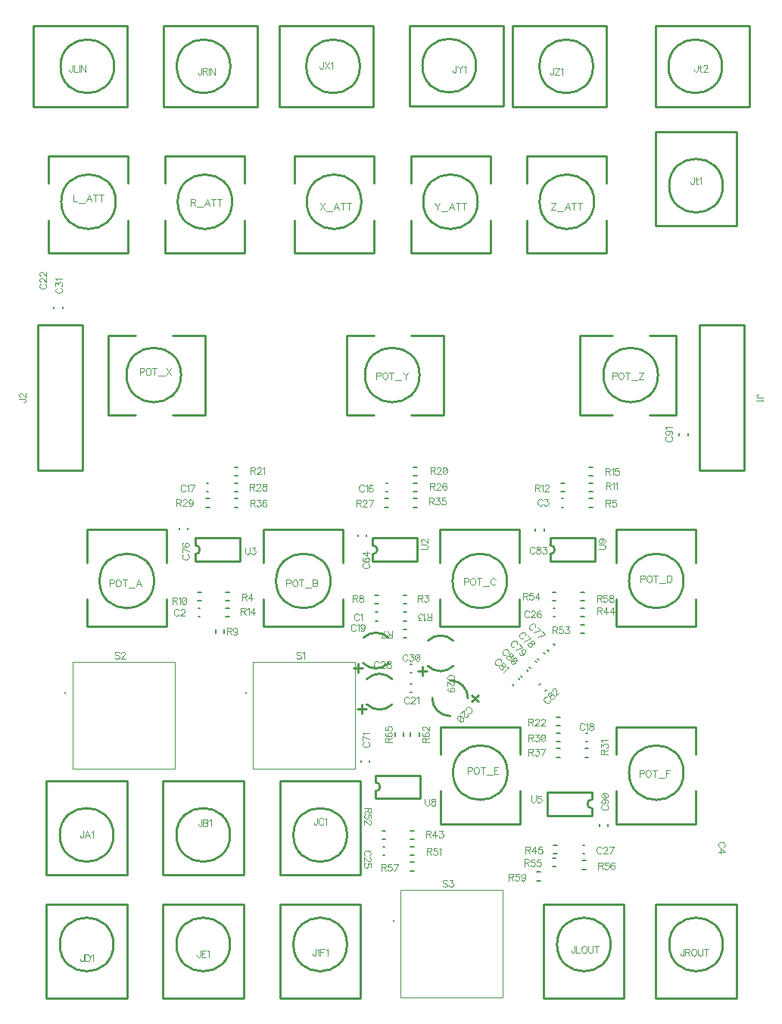
<source format=gbr>
G04 DipTrace 4.0.0.5*
G04 TopSilk.gbr*
%MOIN*%
G04 #@! TF.FileFunction,Legend,Top*
G04 #@! TF.Part,Single*
%ADD10C,0.009843*%
%ADD16C,0.007874*%
%ADD18C,0.005906*%
%ADD22C,0.003937*%
%ADD66C,0.003281*%
%FSLAX26Y26*%
G04*
G70*
G90*
G75*
G01*
G04 TopSilk*
%LPD*%
X1928543Y2068602D2*
D18*
X1921456D1*
X1928543Y2106397D2*
X1921456D1*
X1147292Y2087351D2*
X1140206D1*
X1147292Y2125147D2*
X1140206D1*
X2747294Y2568602D2*
X2740207D1*
X2747294Y2606397D2*
X2740207D1*
X1972292Y2637351D2*
X1965206D1*
X1972292Y2675147D2*
X1965206D1*
X1184794Y2637351D2*
X1177707D1*
X1184794Y2675147D2*
X1177707D1*
X2846456Y1575147D2*
X2853543D1*
X2846456Y1537351D2*
X2853543D1*
X1823265Y1860923D2*
D10*
X1862635Y1860924D1*
X1842950Y1841239D2*
X1842949Y1880609D1*
X1866011Y1881822D2*
G03X1977367Y1881824I55677J55677D01*
G01*
X1977365Y1993178D2*
G03X1866009Y1993176I-55677J-55677D01*
G01*
X2372076Y1712561D2*
X2344237Y1740399D1*
X2372076D2*
X2344237Y1712561D1*
X2327073Y1728010D2*
G03X2248332Y1806751I-78739J1D01*
G01*
X2169593Y1728011D2*
G03X2248333Y1649271I78739J-1D01*
G01*
X2080952Y1752304D2*
D18*
X2073865D1*
X2080951Y1790100D2*
X2073864Y1790099D1*
X1959792Y1037351D2*
X1952706D1*
X1959792Y1075147D2*
X1952706D1*
X2709792Y2087351D2*
X2702706D1*
X2709792Y2125147D2*
X2702706D1*
X2833956Y1081396D2*
X2841043D1*
X2833956Y1043601D2*
X2841043D1*
X1839075Y1679674D2*
D10*
X1878445D1*
X1858760Y1659989D2*
Y1699359D1*
X1881821Y1700572D2*
G03X1993177Y1700572I55678J55676D01*
G01*
Y1811926D2*
G03X1881821Y1811926I-55678J-55676D01*
G01*
X2107825Y1848422D2*
X2147195Y1848423D1*
X2127510Y1828737D2*
Y1868108D1*
X2150571Y1869321D2*
G03X2261927Y1869323I55677J55677D01*
G01*
X2261925Y1980677D2*
G03X2150569Y1980675I-55677J-55677D01*
G01*
X2080952Y1840622D2*
D18*
X2073865D1*
X2080951Y1878417D2*
X2073864D1*
X1881397Y2447292D2*
Y2440206D1*
X1843602Y2447292D2*
Y2440206D1*
X1856102Y1446455D2*
Y1453542D1*
X1893897Y1446455D2*
Y1453542D1*
X1093896Y2478543D2*
Y2471456D1*
X1056101Y2478543D2*
Y2471456D1*
X2704606Y1965867D2*
X2709617Y1960856D1*
X2677881Y1939141D2*
X2682892Y1934130D1*
X2660857Y1928368D2*
X2665868Y1923357D1*
X2634132Y1901643D2*
X2639143Y1896632D1*
X2623357Y1890867D2*
X2628368Y1885856D1*
X2596632Y1864141D2*
X2601643Y1859130D1*
X2585857Y1853368D2*
X2590868Y1848357D1*
X2559132Y1826643D2*
X2564143Y1821632D1*
X2548357Y1815868D2*
X2553368Y1810857D1*
X2521632Y1789143D2*
X2526643Y1784132D1*
X2640381Y1785857D2*
X2645392Y1790868D1*
X2667106Y1759132D2*
X2672117Y1764143D1*
X2662648Y2472292D2*
Y2465206D1*
X2624853Y2472292D2*
Y2465206D1*
X2906102Y1165206D2*
Y1172292D1*
X2943897Y1165206D2*
Y1172292D1*
X3544328Y3368897D2*
D10*
X3347477D1*
Y2731102D1*
X3544328D1*
Y3368897D1*
X432823Y2731102D2*
X629673D1*
Y3368897D1*
X432823D1*
Y2731102D1*
X1853687Y406004D2*
Y819372D1*
X1499357D1*
Y406004D1*
X1853687D1*
X1558412Y643749D2*
G02X1558412Y643749I118110J0D01*
G01*
X470742Y1363634D2*
X470737Y950266D1*
X825067Y950261D1*
X825072Y1363630D1*
X470742Y1363634D1*
X529794Y1125887D2*
G02X529794Y1125887I118110J0D01*
G01*
X984314Y1363634D2*
X984309Y950266D1*
X1338640Y950261D1*
X1338644Y1363630D1*
X984314Y1363634D1*
X1043366Y1125887D2*
G02X1043366Y1125887I118110J0D01*
G01*
X1499363Y1363636D2*
X1499352Y950267D1*
X1853683Y950257D1*
X1853694Y1363626D1*
X1499363Y1363636D1*
X1558412Y1125886D2*
G02X1558412Y1125886I118110J0D01*
G01*
X825071Y406004D2*
Y819372D1*
X470740D1*
Y406004D1*
X825071D1*
X529795Y643749D2*
G02X529795Y643749I118110J0D01*
G01*
X1338643Y406004D2*
Y819372D1*
X984312D1*
Y406004D1*
X1338643D1*
X1043367Y643749D2*
G02X1043367Y643749I118110J0D01*
G01*
X413351Y4331476D2*
X826719Y4331496D1*
X826703Y4685826D1*
X413334Y4685807D1*
X413351Y4331476D1*
X532977Y4508653D2*
G02X532977Y4508653I118110J0D01*
G01*
X3014665Y406004D2*
Y819372D1*
X2660334D1*
Y406004D1*
X3014665D1*
X2719389Y643749D2*
G02X2719389Y643749I118110J0D01*
G01*
X1400609Y4685836D2*
X987241Y4685807D1*
X987265Y4331477D1*
X1400634Y4331505D1*
X1400609Y4685836D1*
X1044766Y4508654D2*
G02X1044766Y4508654I118110J0D01*
G01*
X3508414Y406004D2*
Y819372D1*
X3154084D1*
Y406004D1*
X3508414D1*
X3213139Y643749D2*
G02X3213139Y643749I118110J0D01*
G01*
X3153998Y4220980D2*
X3154010Y3807611D1*
X3508340Y3807622D1*
X3508328Y4220990D1*
X3153998Y4220980D1*
X3213060Y3983240D2*
G02X3213060Y3983240I118110J0D01*
G01*
X3565901Y4685825D2*
X3152532Y4685814D1*
X3152541Y4331484D1*
X3565910Y4331494D1*
X3565901Y4685825D1*
X3210050Y4508654D2*
G02X3210050Y4508654I118110J0D01*
G01*
X1495540Y4331488D2*
X1908909D1*
Y4685819D1*
X1495540D1*
Y4331488D1*
X1615176Y4508653D2*
G02X1615176Y4508653I118110J0D01*
G01*
X2482243Y4688695D2*
X2068874D1*
Y4334365D1*
X2482242Y4334364D1*
X2482243Y4688695D1*
X2126387Y4511530D2*
G02X2126387Y4511530I118110J0D01*
G01*
X2522099Y4331510D2*
X2935468D1*
Y4685841D1*
X2522099D1*
Y4331510D1*
X2641735Y4508676D2*
G02X2641735Y4508676I118110J0D01*
G01*
X481302Y4112498D2*
Y3993737D1*
Y4112498D2*
X831197D1*
Y3993737D2*
Y4112498D1*
Y3831266D2*
Y3687487D1*
X481302D2*
X831197D1*
X481302D2*
Y3831266D1*
X536170Y3912498D2*
G02X536170Y3912498I120079J0D01*
G01*
X999950Y2043756D2*
X999948Y2162517D1*
X999950Y2043756D2*
X650055Y2043748D1*
X650053Y2162509D2*
X650055Y2043748D1*
X650049Y2324980D2*
X650046Y2468760D1*
X999941Y2468767D2*
X650046Y2468760D1*
X999941Y2468767D2*
X999944Y2324988D1*
X704920Y2243752D2*
G02X704920Y2243752I120079J0D01*
G01*
X1777034Y2043756D2*
X1777032Y2162517D1*
X1777034Y2043756D2*
X1427139Y2043748D1*
X1427137Y2162509D2*
X1427139Y2043748D1*
X1427133Y2324980D2*
X1427130Y2468760D1*
X1777025Y2468767D2*
X1427130Y2468760D1*
X1777025Y2468767D2*
X1777028Y2324988D1*
X1482004Y2243752D2*
G02X1482004Y2243752I120079J0D01*
G01*
X2554121Y2043758D2*
X2554117Y2162519D1*
X2554121Y2043758D2*
X2204226Y2043745D1*
X2204222Y2162506D2*
X2204226Y2043745D1*
X2204216Y2324978D2*
X2204210Y2468757D1*
X2554105Y2468770D2*
X2204210Y2468757D1*
X2554105Y2468770D2*
X2554111Y2324990D1*
X2259087Y2243752D2*
G02X2259087Y2243752I120079J0D01*
G01*
X3331201Y2043756D2*
X3331199Y2162517D1*
X3331201Y2043756D2*
X2981306Y2043748D1*
X2981303Y2162509D2*
X2981306Y2043748D1*
X2981300Y2324980D2*
X2981297Y2468760D1*
X3331192Y2468767D2*
X2981297Y2468760D1*
X3331192Y2468767D2*
X3331195Y2324988D1*
X3036170Y2243752D2*
G02X3036170Y2243752I120079J0D01*
G01*
X2206302Y1600000D2*
Y1481239D1*
Y1600000D2*
X2556197D1*
Y1481239D2*
Y1600000D1*
Y1318767D2*
Y1174988D1*
X2206302D2*
X2556197D1*
X2206302D2*
Y1318767D1*
X2261170Y1400000D2*
G02X2261170Y1400000I120079J0D01*
G01*
X2981302Y1600000D2*
Y1481239D1*
Y1600000D2*
X3331197D1*
Y1481239D2*
Y1600000D1*
Y1318767D2*
Y1174988D1*
X2981302D2*
X3331197D1*
X2981302D2*
Y1318767D1*
X3036170Y1400000D2*
G02X3036170Y1400000I120079J0D01*
G01*
X743752Y2975053D2*
X862513Y2975055D1*
X743752Y2975053D2*
X743746Y3324948D1*
X862507Y3324950D2*
X743746Y3324948D1*
X1024978Y3324953D2*
X1168758Y3324955D1*
X1168764Y2975060D2*
X1168758Y3324955D1*
X1168764Y2975060D2*
X1024985Y2975058D1*
X823670Y3150004D2*
G02X823670Y3150004I120079J0D01*
G01*
X1793752Y2975053D2*
X1912513Y2975055D1*
X1793752Y2975053D2*
X1793746Y3324948D1*
X1912507Y3324950D2*
X1793746Y3324948D1*
X2074978Y3324953D2*
X2218758Y3324955D1*
X2218764Y2975060D2*
X2218758Y3324955D1*
X2218764Y2975060D2*
X2074985Y2975058D1*
X1873670Y3150004D2*
G02X1873670Y3150004I120079J0D01*
G01*
X3243749Y3324913D2*
X3124988D1*
X3243749D2*
Y2975018D1*
X3124988D2*
X3243749D1*
X2962517D2*
X2818737D1*
Y3324913D2*
Y2975018D1*
Y3324913D2*
X2962517D1*
X2923670Y3149966D2*
G02X2923670Y3149966I120079J0D01*
G01*
X2057874Y2143602D2*
D18*
X2042126D1*
X2057873Y2181398D2*
X2042125Y2181397D1*
X1276623Y2156102D2*
X1260875D1*
X1276623Y2193897D2*
X1260875D1*
X2876623Y2568602D2*
X2860875D1*
X2876623Y2606397D2*
X2860875D1*
X2042126Y2031397D2*
X2057874D1*
X2042126Y1993602D2*
X2057874D1*
X1932874Y2143602D2*
X1917126D1*
X1932874Y2181397D2*
X1917126D1*
X1216660Y2013765D2*
Y2029514D1*
X1254455Y2013767D2*
Y2029515D1*
X1151623Y2156102D2*
X1135875D1*
X1151623Y2193897D2*
X1135875D1*
X2876623Y2637351D2*
X2860875D1*
X2876623Y2675147D2*
X2860875D1*
X2751624Y2637351D2*
X2735876D1*
X2751624Y2675147D2*
X2735876D1*
X2042126Y2106397D2*
X2057874D1*
X2042126Y2068602D2*
X2057874D1*
X1276623Y2087352D2*
X1260875Y2087351D1*
X1276623Y2125147D2*
X1260875D1*
X2876623Y2706101D2*
X2860875D1*
X2876623Y2743896D2*
X2860875D1*
X2101623Y2706101D2*
X2085875D1*
X2101623Y2743896D2*
X2085875D1*
X1314123Y2706101D2*
X1298375D1*
X1314123Y2743896D2*
X1298375D1*
X2717126Y1643897D2*
X2732874D1*
X2717126Y1606102D2*
X2732874D1*
X2101623Y2637351D2*
X2085875D1*
X2101623Y2675147D2*
X2085875D1*
X1976623Y2568602D2*
X1960875D1*
X1976623Y2606397D2*
X1960875D1*
X1314123Y2637351D2*
X1298375D1*
X1314123Y2675147D2*
X1298375D1*
X1189124Y2568602D2*
X1173376D1*
X1189124Y2606397D2*
X1173376D1*
X2717126Y1575147D2*
X2732874D1*
X2717126Y1537351D2*
X2732874D1*
X2842126Y1506397D2*
X2857874D1*
X2842126Y1468602D2*
X2857874D1*
X2101623Y2568602D2*
X2085875D1*
X2101623Y2606397D2*
X2085875D1*
X1314123Y2568602D2*
X1298375D1*
X1314123Y2606397D2*
X1298375D1*
X2717126Y1506397D2*
X2732874D1*
X2717126Y1468602D2*
X2732874D1*
X2089123Y1106101D2*
X2073375D1*
X2089123Y1143896D2*
X2073375D1*
X2839125Y2087352D2*
X2823377Y2087351D1*
X2839124Y2125147D2*
X2823376Y2125146D1*
X2704626Y1081397D2*
X2720374D1*
X2704626Y1043602D2*
X2720374D1*
X2089123Y1037351D2*
X2073375D1*
X2089123Y1075147D2*
X2073375D1*
X1964123Y1106101D2*
X1948375D1*
X1964123Y1143896D2*
X1948375D1*
X2823374Y2050145D2*
X2839123Y2050146D1*
X2823376Y2012350D2*
X2839124D1*
X2714123Y2156102D2*
X2698375D1*
X2714123Y2193897D2*
X2698375D1*
X2714123Y987351D2*
X2698375D1*
X2714123Y1025147D2*
X2698375D1*
X2829626Y1012647D2*
X2845374D1*
X2829626Y974851D2*
X2845374D1*
X2073375Y1006397D2*
X2089123D1*
X2073375Y968602D2*
X2089123D1*
X2839123Y2156102D2*
X2823375D1*
X2839123Y2193897D2*
X2823375D1*
X2629625Y962646D2*
X2645373Y962647D1*
X2629626Y924851D2*
X2645374Y924852D1*
X2074851Y1560875D2*
Y1576623D1*
X2112647Y1560875D2*
Y1576623D1*
X2043897D2*
Y1560875D1*
X2006102Y1576623D2*
Y1560875D1*
X993802Y4112498D2*
D10*
Y3993737D1*
Y4112498D2*
X1343697D1*
Y3993737D2*
Y4112498D1*
Y3831266D2*
Y3687487D1*
X993802D2*
X1343697D1*
X993802D2*
Y3831266D1*
X1048670Y3912498D2*
G02X1048670Y3912498I120079J0D01*
G01*
X1380296Y1887951D2*
D22*
X1828942D1*
Y1415510D1*
X1380296D1*
Y1887951D1*
X1348564Y1749998D2*
D16*
D3*
X586546Y1887951D2*
D22*
X1035191D1*
Y1415510D1*
X586546D1*
Y1887951D1*
X554813Y1749998D2*
D16*
D3*
X2030946Y884487D2*
D22*
X2479592D1*
Y412046D1*
X2030946D1*
Y884487D1*
X1999214Y746534D2*
D16*
D3*
X1907821Y2330061D2*
D10*
X2104677D1*
X1907821Y2432437D2*
X2104677D1*
Y2330061D2*
Y2432437D1*
X1907821Y2361555D2*
Y2330061D1*
Y2400943D2*
Y2432437D1*
Y2361555D2*
G03X1907821Y2400943I-8J19694D01*
G01*
X1126571Y2330061D2*
X1323426D1*
X1126571Y2432437D2*
X1323426D1*
Y2330061D2*
Y2432437D1*
X1126571Y2361555D2*
Y2330061D1*
Y2400943D2*
Y2432437D1*
Y2361555D2*
G03X1126571Y2400943I-8J19694D01*
G01*
X2873428Y1313686D2*
X2676572D1*
X2873428Y1211311D2*
X2676572D1*
Y1313686D2*
Y1211311D1*
X2873428Y1282193D2*
Y1313686D1*
Y1242804D2*
Y1211311D1*
Y1282193D2*
G03X2873428Y1242804I8J-19694D01*
G01*
X1920323Y1286311D2*
X2117178D1*
X1920323Y1388686D2*
X2117178D1*
Y1286311D2*
Y1388686D1*
X1920323Y1317804D2*
Y1286311D1*
Y1357193D2*
Y1388686D1*
Y1317804D2*
G03X1920323Y1357193I-8J19694D01*
G01*
X2689072Y2330061D2*
X2885928D1*
X2689072Y2432437D2*
X2885928D1*
Y2330061D2*
Y2432437D1*
X2689072Y2361555D2*
Y2330061D1*
Y2400943D2*
Y2432437D1*
Y2361555D2*
G03X2689072Y2400943I-8J19694D01*
G01*
X1562552Y4112498D2*
Y3993737D1*
Y4112498D2*
X1912447D1*
Y3993737D2*
Y4112498D1*
Y3831266D2*
Y3687487D1*
X1562552D2*
X1912447D1*
X1562552D2*
Y3831266D1*
X1617421Y3912498D2*
G02X1617421Y3912498I120079J0D01*
G01*
X2075052Y4112498D2*
Y3993737D1*
Y4112498D2*
X2424947D1*
Y3993737D2*
Y4112498D1*
Y3831266D2*
Y3687487D1*
X2075052D2*
X2424947D1*
X2075052D2*
Y3831266D1*
X2129921Y3912498D2*
G02X2129921Y3912498I120079J0D01*
G01*
X2587552Y4112498D2*
Y3993737D1*
Y4112498D2*
X2937447D1*
Y3993737D2*
Y4112498D1*
Y3831266D2*
Y3687487D1*
X2587552D2*
X2937447D1*
X2587552D2*
Y3831266D1*
X2642421Y3912498D2*
G02X2642421Y3912498I120079J0D01*
G01*
X504643Y3444845D2*
D18*
Y3451931D1*
X542438Y3444845D2*
Y3451931D1*
X3257973Y2885300D2*
Y2892387D1*
X3295769Y2885300D2*
Y2892387D1*
X1847631Y2092838D2*
D66*
X1846205Y2095690D1*
X1843320Y2098575D1*
X1840468Y2100001D1*
X1834731D1*
X1831846Y2098575D1*
X1828994Y2095690D1*
X1827535Y2092838D1*
X1826109Y2088527D1*
Y2081331D1*
X1827535Y2077053D1*
X1828994Y2074168D1*
X1831846Y2071316D1*
X1834731Y2069857D1*
X1840468D1*
X1843320Y2071316D1*
X1846205Y2074168D1*
X1847631Y2077053D1*
X1854193Y2094231D2*
X1857078Y2095690D1*
X1861389Y2099968D1*
Y2069857D1*
X1054798Y2113095D2*
X1053372Y2115947D1*
X1050487Y2118832D1*
X1047635Y2120258D1*
X1041898D1*
X1039013Y2118832D1*
X1036161Y2115947D1*
X1034702Y2113095D1*
X1033276Y2108784D1*
Y2101588D1*
X1034702Y2097310D1*
X1036161Y2094425D1*
X1039013Y2091573D1*
X1041898Y2090114D1*
X1047635D1*
X1050487Y2091573D1*
X1053372Y2094425D1*
X1054798Y2097310D1*
X1062819Y2113062D2*
Y2114488D1*
X1064245Y2117373D1*
X1065671Y2118799D1*
X1068556Y2120225D1*
X1074293D1*
X1077145Y2118799D1*
X1078571Y2117373D1*
X1080030Y2114488D1*
Y2111636D1*
X1078571Y2108751D1*
X1075719Y2104473D1*
X1061360Y2090114D1*
X1081456D1*
X2655394Y2597767D2*
X2653968Y2600619D1*
X2651083Y2603504D1*
X2648231Y2604930D1*
X2642494D1*
X2639609Y2603504D1*
X2636757Y2600619D1*
X2635298Y2597767D1*
X2633872Y2593456D1*
Y2586260D1*
X2635298Y2581982D1*
X2636757Y2579097D1*
X2639609Y2576245D1*
X2642494Y2574786D1*
X2648231D1*
X2651083Y2576245D1*
X2653968Y2579097D1*
X2655394Y2581982D1*
X2664841Y2604897D2*
X2680592D1*
X2672003Y2593423D1*
X2676314D1*
X2679166Y2591997D1*
X2680592Y2590571D1*
X2682051Y2586260D1*
Y2583408D1*
X2680592Y2579097D1*
X2677740Y2576212D1*
X2673429Y2574786D1*
X2669118D1*
X2664841Y2576212D1*
X2663415Y2577671D1*
X2661955Y2580523D1*
X3451695Y1072032D2*
X3454547Y1073458D1*
X3457432Y1076343D1*
X3458858Y1079195D1*
X3458857Y1084932D1*
X3457431Y1087817D1*
X3454546Y1090669D1*
X3451694Y1092128D1*
X3447383Y1093554D1*
X3440187D1*
X3435909Y1092128D1*
X3433024Y1090668D1*
X3430172Y1087816D1*
X3428713Y1084931D1*
X3428714Y1079194D1*
X3430173Y1076342D1*
X3433025Y1073457D1*
X3435910Y1072032D1*
X3428714Y1051111D2*
X3458825D1*
X3438762Y1065470D1*
Y1043948D1*
X1869702Y2659674D2*
X1868277Y2662526D1*
X1865391Y2665411D1*
X1862540Y2666837D1*
X1856803D1*
X1853917Y2665411D1*
X1851066Y2662526D1*
X1849606Y2659674D1*
X1848181Y2655363D1*
Y2648167D1*
X1849606Y2643889D1*
X1851066Y2641004D1*
X1853917Y2638152D1*
X1856803Y2636693D1*
X1862540D1*
X1865391Y2638152D1*
X1868277Y2641004D1*
X1869702Y2643889D1*
X1876264Y2661067D2*
X1879149Y2662526D1*
X1883460Y2666804D1*
Y2636693D1*
X1907233Y2662526D2*
X1905807Y2665378D1*
X1901496Y2666804D1*
X1898644D1*
X1894333Y2665378D1*
X1891448Y2661067D1*
X1890022Y2653904D1*
Y2646741D1*
X1891448Y2641004D1*
X1894333Y2638119D1*
X1898644Y2636693D1*
X1900070D1*
X1904348Y2638119D1*
X1907233Y2641004D1*
X1908659Y2645315D1*
Y2646741D1*
X1907233Y2651052D1*
X1904348Y2653904D1*
X1900070Y2655330D1*
X1898644D1*
X1894333Y2653904D1*
X1891448Y2651052D1*
X1890022Y2646741D1*
X1083187Y2659674D2*
X1081761Y2662526D1*
X1078876Y2665411D1*
X1076024Y2666837D1*
X1070287D1*
X1067402Y2665411D1*
X1064550Y2662526D1*
X1063091Y2659674D1*
X1061665Y2655363D1*
Y2648167D1*
X1063091Y2643889D1*
X1064550Y2641004D1*
X1067402Y2638152D1*
X1070287Y2636693D1*
X1076024D1*
X1078876Y2638152D1*
X1081761Y2641004D1*
X1083187Y2643889D1*
X1089748Y2661067D2*
X1092634Y2662526D1*
X1096945Y2666804D1*
Y2636693D1*
X1109243D2*
X1123602Y2666804D1*
X1103506D1*
X2840570Y1610603D2*
X2839144Y1613455D1*
X2836259Y1616340D1*
X2833407Y1617766D1*
X2827670D1*
X2824785Y1616340D1*
X2821933Y1613455D1*
X2820474Y1610603D1*
X2819048Y1606292D1*
Y1599096D1*
X2820474Y1594818D1*
X2821933Y1591933D1*
X2824785Y1589081D1*
X2827670Y1587622D1*
X2833407D1*
X2836259Y1589081D1*
X2839144Y1591933D1*
X2840570Y1594818D1*
X2847131Y1611996D2*
X2850016Y1613455D1*
X2854327Y1617733D1*
Y1587622D1*
X2868052Y1617733D2*
X2863774Y1616307D1*
X2862315Y1613455D1*
Y1610570D1*
X2863774Y1607718D1*
X2866626Y1606259D1*
X2872363Y1604833D1*
X2876674Y1603407D1*
X2879526Y1600522D1*
X2880952Y1597670D1*
Y1593359D1*
X2879526Y1590507D1*
X2878100Y1589048D1*
X2873789Y1587622D1*
X2868052D1*
X2863774Y1589048D1*
X2862315Y1590507D1*
X2860889Y1593359D1*
Y1597670D1*
X2862315Y1600522D1*
X2865200Y1603407D1*
X2869478Y1604833D1*
X2875215Y1606259D1*
X2878100Y1607718D1*
X2879526Y1610570D1*
Y1613455D1*
X2878100Y1616307D1*
X2873789Y1617733D1*
X2868052D1*
X1833280Y2046083D2*
X1831854Y2048935D1*
X1828968Y2051820D1*
X1826116Y2053246D1*
X1820379D1*
X1817494Y2051820D1*
X1814643Y2048935D1*
X1813184Y2046083D1*
X1811758Y2041772D1*
Y2034576D1*
X1813184Y2030298D1*
X1814643Y2027413D1*
X1817495Y2024561D1*
X1820380Y2023102D1*
X1826117D1*
X1828969Y2024561D1*
X1831854Y2027413D1*
X1833280Y2030298D1*
X1839841Y2047476D2*
X1842726Y2048936D1*
X1847037Y2053213D1*
X1847038Y2023103D1*
X1872269Y2043199D2*
X1870810Y2038888D1*
X1867958Y2036003D1*
X1863647Y2034577D1*
X1862221D1*
X1857910Y2036003D1*
X1855058Y2038888D1*
X1853599Y2043199D1*
Y2044625D1*
X1855058Y2048936D1*
X1857910Y2051788D1*
X1862221Y2053214D1*
X1863647D1*
X1867958Y2051788D1*
X1870810Y2048936D1*
X1872269Y2043199D1*
Y2036003D1*
X1870810Y2028840D1*
X1867958Y2024529D1*
X1863647Y2023103D1*
X1860795D1*
X1856484Y2024529D1*
X1855058Y2027414D1*
X2329638Y1662825D2*
X2332662Y1661817D1*
X2336743D1*
X2339767Y1662825D1*
X2343824Y1666882D1*
X2344856Y1669930D1*
X2344832Y1673987D1*
X2343848Y1677035D1*
X2341807Y1681092D1*
X2336719Y1686180D1*
X2332686Y1688197D1*
X2329614Y1689205D1*
X2325581D1*
X2322509Y1688197D1*
X2318452Y1684140D1*
X2317468Y1681092D1*
X2317444Y1677035D1*
X2318476Y1673987D1*
X2323942Y1657177D2*
X2324951Y1656169D1*
X2325983Y1653120D1*
Y1651104D1*
X2324951Y1648055D1*
X2320894Y1643999D1*
X2317869Y1642990D1*
X2315853D1*
X2312781Y1643999D1*
X2310764Y1646015D1*
X2309756Y1649087D1*
X2308748Y1654129D1*
Y1674435D1*
X2294538Y1660225D1*
X2305093Y1628197D2*
X2307133Y1632254D1*
X2306124Y1637342D1*
X2302068Y1643416D1*
X2299019Y1646464D1*
X2292946Y1650521D1*
X2287858Y1651529D1*
X2283801Y1649489D1*
X2281784Y1647472D1*
X2279744Y1643416D1*
X2280776Y1638351D1*
X2284809Y1632254D1*
X2287858Y1629206D1*
X2293954Y1625172D1*
X2299019Y1624141D1*
X2303076Y1626181D1*
X2305093Y1628197D1*
X2293954Y1625172D2*
X2292946Y1650521D1*
X2067961Y1726540D2*
X2066535Y1729392D1*
X2063650Y1732277D1*
X2060798Y1733703D1*
X2055061Y1733702D1*
X2052176Y1732276D1*
X2049324Y1729391D1*
X2047865Y1726539D1*
X2046439Y1722228D1*
Y1715032D1*
X2047865Y1710754D1*
X2049324Y1707869D1*
X2052176Y1705018D1*
X2055061Y1703558D1*
X2060798Y1703559D1*
X2063650Y1705018D1*
X2066535Y1707870D1*
X2067961Y1710755D1*
X2075982Y1726507D2*
Y1727933D1*
X2077407Y1730818D1*
X2078833Y1732244D1*
X2081718Y1733670D1*
X2087455D1*
X2090307Y1732244D1*
X2091733Y1730818D1*
X2093192Y1727933D1*
X2093193Y1725081D1*
X2091733Y1722196D1*
X2088882Y1717918D1*
X2074523Y1703559D1*
X2094619D1*
X2101180Y1727933D2*
X2104065Y1729393D1*
X2108376Y1733670D1*
X2108377Y1703560D1*
X447441Y3551426D2*
X444589Y3550000D1*
X441704Y3547115D1*
X440278Y3544263D1*
Y3538526D1*
X441704Y3535641D1*
X444589Y3532789D1*
X447441Y3531330D1*
X451752Y3529904D1*
X458948D1*
X463226Y3531330D1*
X466111Y3532789D1*
X468963Y3535641D1*
X470422Y3538526D1*
Y3544263D1*
X468963Y3547115D1*
X466111Y3550000D1*
X463226Y3551426D1*
X447474Y3559447D2*
X446048D1*
X443163Y3560873D1*
X441737Y3562299D1*
X440311Y3565184D1*
Y3570921D1*
X441737Y3573772D1*
X443163Y3575198D1*
X446048Y3576658D1*
X448900D1*
X451785Y3575198D1*
X456063Y3572347D1*
X470422Y3557988D1*
Y3578084D1*
X447474Y3586104D2*
X446048D1*
X443163Y3587530D1*
X441737Y3588956D1*
X440311Y3591841D1*
Y3597578D1*
X441737Y3600430D1*
X443163Y3601856D1*
X446048Y3603315D1*
X448900D1*
X451785Y3601856D1*
X456063Y3599004D1*
X470422Y3584645D1*
Y3604741D1*
X1892344Y1035138D2*
X1895196Y1036564D1*
X1898081Y1039449D1*
X1899507Y1042301D1*
Y1048038D1*
X1898081Y1050923D1*
X1895196Y1053775D1*
X1892344Y1055234D1*
X1888033Y1056660D1*
X1880837D1*
X1876560Y1055234D1*
X1873674Y1053775D1*
X1870823Y1050923D1*
X1869363Y1048038D1*
Y1042301D1*
X1870823Y1039449D1*
X1873674Y1036564D1*
X1876560Y1035138D1*
X1892311Y1027117D2*
X1893737D1*
X1896622Y1025691D1*
X1898048Y1024265D1*
X1899474Y1021380D1*
Y1015643D1*
X1898048Y1012791D1*
X1896622Y1011365D1*
X1893737Y1009906D1*
X1890885D1*
X1888000Y1011365D1*
X1883722Y1014217D1*
X1869363Y1028576D1*
Y1008480D1*
X1899474Y984708D2*
Y999033D1*
X1886574Y1000459D1*
X1888000Y999033D1*
X1889459Y994722D1*
Y990445D1*
X1888000Y986134D1*
X1885148Y983248D1*
X1880837Y981823D1*
X1877985D1*
X1873674Y983248D1*
X1870789Y986134D1*
X1869363Y990445D1*
Y994722D1*
X1870789Y999033D1*
X1872248Y1000459D1*
X1875100Y1001919D1*
X2597331Y2106184D2*
X2595905Y2109036D1*
X2593020Y2111921D1*
X2590168Y2113347D1*
X2584431D1*
X2581546Y2111921D1*
X2578694Y2109036D1*
X2577235Y2106184D1*
X2575809Y2101873D1*
Y2094677D1*
X2577235Y2090399D1*
X2578694Y2087514D1*
X2581546Y2084662D1*
X2584431Y2083203D1*
X2590168D1*
X2593020Y2084662D1*
X2595905Y2087514D1*
X2597331Y2090399D1*
X2605352Y2106151D2*
Y2107577D1*
X2606778Y2110462D1*
X2608204Y2111888D1*
X2611089Y2113314D1*
X2616826D1*
X2619678Y2111888D1*
X2621104Y2110462D1*
X2622563Y2107577D1*
Y2104725D1*
X2621104Y2101840D1*
X2618252Y2097562D1*
X2603893Y2083203D1*
X2623989D1*
X2647762Y2109036D2*
X2646336Y2111888D1*
X2642025Y2113314D1*
X2639173D1*
X2634862Y2111888D1*
X2631977Y2107577D1*
X2630551Y2100414D1*
Y2093251D1*
X2631977Y2087514D1*
X2634862Y2084629D1*
X2639173Y2083203D1*
X2640599D1*
X2644876Y2084629D1*
X2647762Y2087514D1*
X2649187Y2091825D1*
Y2093251D1*
X2647762Y2097562D1*
X2644876Y2100414D1*
X2640599Y2101840D1*
X2639173D1*
X2634862Y2100414D1*
X2631977Y2097562D1*
X2630551Y2093251D1*
X2915354Y1066852D2*
X2913928Y1069704D1*
X2911043Y1072589D1*
X2908191Y1074015D1*
X2902454D1*
X2899569Y1072589D1*
X2896717Y1069704D1*
X2895258Y1066852D1*
X2893832Y1062541D1*
Y1055345D1*
X2895258Y1051067D1*
X2896717Y1048182D1*
X2899569Y1045330D1*
X2902454Y1043871D1*
X2908191D1*
X2911043Y1045330D1*
X2913928Y1048182D1*
X2915354Y1051067D1*
X2923374Y1066819D2*
Y1068245D1*
X2924800Y1071130D1*
X2926226Y1072556D1*
X2929111Y1073982D1*
X2934848D1*
X2937700Y1072556D1*
X2939126Y1071130D1*
X2940585Y1068245D1*
Y1065393D1*
X2939126Y1062508D1*
X2936274Y1058230D1*
X2921915Y1043871D1*
X2942011D1*
X2954310D2*
X2968669Y1073982D1*
X2948573D1*
X1935694Y1883585D2*
X1934268Y1886437D1*
X1931383Y1889322D1*
X1928531Y1890748D1*
X1922794D1*
X1919909Y1889322D1*
X1917057Y1886437D1*
X1915598Y1883585D1*
X1914172Y1879274D1*
Y1872078D1*
X1915598Y1867800D1*
X1917057Y1864915D1*
X1919909Y1862063D1*
X1922794Y1860604D1*
X1928531D1*
X1931383Y1862063D1*
X1934268Y1864915D1*
X1935694Y1867800D1*
X1943715Y1883551D2*
Y1884977D1*
X1945141Y1887863D1*
X1946567Y1889288D1*
X1949452Y1890714D1*
X1955189D1*
X1958041Y1889288D1*
X1959467Y1887863D1*
X1960926Y1884977D1*
Y1882126D1*
X1959467Y1879240D1*
X1956615Y1874963D1*
X1942256Y1860604D1*
X1962352D1*
X1976077Y1890714D2*
X1971799Y1889288D1*
X1970340Y1886437D1*
Y1883551D1*
X1971799Y1880700D1*
X1974651Y1879240D1*
X1980388Y1877815D1*
X1984699Y1876389D1*
X1987551Y1873503D1*
X1988977Y1870652D1*
Y1866341D1*
X1987551Y1863489D1*
X1986125Y1862030D1*
X1981814Y1860604D1*
X1976077D1*
X1971799Y1862030D1*
X1970340Y1863489D1*
X1968914Y1866341D1*
Y1870652D1*
X1970340Y1873503D1*
X1973225Y1876389D1*
X1977503Y1877815D1*
X1983240Y1879240D1*
X1986125Y1880700D1*
X1987551Y1883551D1*
Y1886437D1*
X1986125Y1889288D1*
X1981814Y1890714D1*
X1976077D1*
X2260472Y1807762D2*
X2263324Y1809188D1*
X2266209Y1812073D1*
X2267635Y1814925D1*
Y1820662D1*
X2266209Y1823547D1*
X2263324Y1826399D1*
X2260472Y1827858D1*
X2256161Y1829284D1*
X2248965D1*
X2244687Y1827858D1*
X2241802Y1826399D1*
X2238950Y1823547D1*
X2237491Y1820662D1*
Y1814925D1*
X2238950Y1812073D1*
X2241802Y1809188D1*
X2244687Y1807762D1*
X2260439Y1799741D2*
X2261865D1*
X2264751Y1798316D1*
X2266176Y1796890D1*
X2267602Y1794005D1*
X2267603Y1788268D1*
X2266177Y1785416D1*
X2264751Y1783990D1*
X2261866Y1782531D1*
X2259014Y1782530D1*
X2256129Y1783990D1*
X2251851Y1786841D1*
X2237492Y1801200D1*
Y1781104D1*
X2257588Y1755873D2*
X2253277Y1757332D1*
X2250392Y1760184D1*
X2248966Y1764495D1*
Y1765921D1*
X2250392Y1770232D1*
X2253277Y1773084D1*
X2257588Y1774543D1*
X2259014D1*
X2263325Y1773084D1*
X2266177Y1770232D1*
X2267603Y1765921D1*
Y1764495D1*
X2266177Y1760184D1*
X2263325Y1757332D1*
X2257588Y1755873D1*
X2250392D1*
X2243229Y1757332D1*
X2238918Y1760183D1*
X2237492Y1764494D1*
Y1767346D1*
X2238918Y1771657D1*
X2241803Y1773083D1*
X2061511Y1914856D2*
X2060085Y1917708D1*
X2057200Y1920593D1*
X2054348Y1922019D1*
X2048611D1*
X2045726Y1920593D1*
X2042874Y1917707D1*
X2041415Y1914856D1*
X2039989Y1910544D1*
X2039990Y1903348D1*
X2041416Y1899071D1*
X2042875Y1896185D1*
X2045727Y1893334D1*
X2048612Y1891875D1*
X2054349D1*
X2057201Y1893334D1*
X2060086Y1896186D1*
X2061512Y1899071D1*
X2070958Y1921986D2*
X2086710D1*
X2078121Y1910512D1*
X2082432D1*
X2085284Y1909086D1*
X2086710Y1907660D1*
X2088169Y1903349D1*
Y1900498D1*
X2086710Y1896186D1*
X2083858Y1893301D1*
X2079547Y1891875D1*
X2075236D1*
X2070958Y1893301D1*
X2069532Y1894760D1*
X2068073Y1897612D1*
X2103352Y1921987D2*
X2099041Y1920561D1*
X2096157Y1916250D1*
X2094731Y1909087D1*
Y1904776D1*
X2096157Y1897613D1*
X2099042Y1893302D1*
X2103353Y1891876D1*
X2106205D1*
X2110516Y1893302D1*
X2113368Y1897613D1*
X2114827Y1904776D1*
Y1909087D1*
X2113367Y1916250D1*
X2110515Y1920561D1*
X2106204Y1921987D1*
X2103352D1*
X2113367Y1916250D2*
X2096157Y1897613D1*
X1869661Y2321620D2*
X1866810Y2320194D1*
X1863924Y2317309D1*
X1862499Y2314457D1*
Y2308720D1*
X1863924Y2305835D1*
X1866810Y2302983D1*
X1869661Y2301524D1*
X1873972Y2300098D1*
X1881169D1*
X1885446Y2301524D1*
X1888332Y2302983D1*
X1891183Y2305835D1*
X1892643Y2308720D1*
Y2314457D1*
X1891183Y2317309D1*
X1888332Y2320194D1*
X1885446Y2321620D1*
X1866810Y2345392D2*
X1863958Y2343966D1*
X1862532Y2339655D1*
Y2336803D1*
X1863958Y2332492D1*
X1868269Y2329607D1*
X1875432Y2328181D1*
X1882595D1*
X1888332Y2329607D1*
X1891217Y2332492D1*
X1892643Y2336803D1*
Y2338229D1*
X1891217Y2342507D1*
X1888332Y2345392D1*
X1884020Y2346818D1*
X1882595D1*
X1878284Y2345392D1*
X1875432Y2342507D1*
X1874006Y2338229D1*
Y2336803D1*
X1875432Y2332492D1*
X1878284Y2329607D1*
X1882595Y2328181D1*
X1892643Y2367739D2*
X1862532D1*
X1882595Y2353380D1*
Y2374902D1*
X1870647Y1534301D2*
X1867795Y1532875D1*
X1864910Y1529990D1*
X1863484Y1527138D1*
Y1521401D1*
X1864910Y1518516D1*
X1867795Y1515664D1*
X1870647Y1514205D1*
X1874958Y1512779D1*
X1882154D1*
X1886432Y1514205D1*
X1889317Y1515664D1*
X1892169Y1518516D1*
X1893628Y1521401D1*
Y1527138D1*
X1892169Y1529990D1*
X1889317Y1532875D1*
X1886432Y1534301D1*
X1893628Y1546600D2*
X1863517Y1560959D1*
Y1540863D1*
X1869254Y1567520D2*
X1867795Y1570405D1*
X1863517Y1574716D1*
X1893628D1*
X1075911Y2359833D2*
X1073059Y2358407D1*
X1070174Y2355522D1*
X1068748Y2352670D1*
Y2346933D1*
X1070174Y2344048D1*
X1073059Y2341196D1*
X1075911Y2339737D1*
X1080222Y2338311D1*
X1087418D1*
X1091696Y2339737D1*
X1094581Y2341196D1*
X1097433Y2344048D1*
X1098892Y2346933D1*
Y2352670D1*
X1097433Y2355522D1*
X1094581Y2358407D1*
X1091696Y2359833D1*
X1098892Y2372131D2*
X1068781Y2386490D1*
Y2366394D1*
X1073059Y2410263D2*
X1070207Y2408837D1*
X1068781Y2404526D1*
Y2401674D1*
X1070207Y2397363D1*
X1074518Y2394478D1*
X1081681Y2393052D1*
X1088844D1*
X1094581Y2394478D1*
X1097466Y2397363D1*
X1098892Y2401674D1*
Y2403100D1*
X1097466Y2407378D1*
X1094581Y2410263D1*
X1090270Y2411689D1*
X1088844D1*
X1084533Y2410263D1*
X1081681Y2407378D1*
X1080255Y2403100D1*
Y2401674D1*
X1081681Y2397363D1*
X1084533Y2394478D1*
X1088844Y2393052D1*
X2623334Y2040648D2*
X2624342Y2043673D1*
Y2047753D1*
X2623334Y2050778D1*
X2619277Y2054835D1*
X2616229Y2055867D1*
X2612172Y2055843D1*
X2609124Y2054858D1*
X2605067Y2052818D1*
X2599979Y2047730D1*
X2597962Y2043697D1*
X2596954Y2040625D1*
Y2036592D1*
X2597962Y2033520D1*
X2602019Y2029463D1*
X2605067Y2028478D1*
X2609124Y2028455D1*
X2612172Y2029487D1*
X2615780Y2015702D2*
X2647225Y2026840D1*
X2633015Y2041050D1*
X2634630Y1996852D2*
X2666075Y2007990D1*
X2651865Y2022200D1*
X2579596Y2003138D2*
X2580605Y2006163D1*
Y2010243D1*
X2579596Y2013268D1*
X2575540Y2017324D1*
X2572491Y2018356D1*
X2568435Y2018333D1*
X2565386Y2017348D1*
X2561330Y2015308D1*
X2556241Y2010219D1*
X2554225Y2006186D1*
X2553216Y2003114D1*
Y1999081D1*
X2554225Y1996009D1*
X2558281Y1991953D1*
X2561330Y1990968D1*
X2565386Y1990944D1*
X2568435Y1991976D1*
X2572043Y1978191D2*
X2603488Y1989329D1*
X2589278Y2003539D1*
X2613192Y1979625D2*
X2609159Y1981641D1*
X2606111Y1980656D1*
X2604071Y1978616D1*
X2603086Y1975568D1*
X2604071Y1972520D1*
X2607119Y1967455D1*
X2609159Y1963398D1*
X2609136Y1959341D1*
X2608127Y1956317D1*
X2605079Y1953268D1*
X2602054Y1952260D1*
X2600014Y1952236D1*
X2595957Y1954276D1*
X2591901Y1958333D1*
X2589884Y1962366D1*
Y1964430D1*
X2590892Y1967455D1*
X2593941Y1970503D1*
X2596966Y1971511D1*
X2601046D1*
X2605079Y1969495D1*
X2610144Y1966446D1*
X2613216Y1965438D1*
X2616241Y1966446D1*
X2618281Y1968486D1*
X2619289Y1971511D1*
X2617249Y1975568D1*
X2613192Y1979625D1*
X2542589Y1965144D2*
X2543597Y1968169D1*
Y1972249D1*
X2542589Y1975274D1*
X2538532Y1979331D1*
X2535484Y1980362D1*
X2531427Y1980339D1*
X2528379Y1979354D1*
X2524322Y1977314D1*
X2519234Y1972226D1*
X2517217Y1968192D1*
X2516209Y1965121D1*
Y1961087D1*
X2517217Y1958016D1*
X2521274Y1953959D1*
X2524322Y1952974D1*
X2528379Y1952951D1*
X2531427Y1953982D1*
X2535035Y1940198D2*
X2566480Y1951336D1*
X2552270Y1965546D1*
X2577240Y1926413D2*
X2573160Y1924396D1*
X2569103Y1924373D1*
X2565047Y1926413D1*
X2564038Y1927421D1*
X2561998Y1931478D1*
X2562022Y1935534D1*
X2564038Y1939614D1*
X2565047Y1940623D1*
X2569127Y1942639D1*
X2573160D1*
X2577217Y1940599D1*
X2578225Y1939591D1*
X2580265Y1935534D1*
Y1931501D1*
X2577240Y1926413D1*
X2572152Y1921324D1*
X2566055Y1917291D1*
X2560990Y1916259D1*
X2556933Y1918299D1*
X2554917Y1920316D1*
X2552877Y1924373D1*
X2553908Y1927421D1*
X2504596Y1928138D2*
X2505605Y1931163D1*
Y1935243D1*
X2504596Y1938268D1*
X2500540Y1942324D1*
X2497491Y1943356D1*
X2493435Y1943333D1*
X2490386Y1942348D1*
X2486330Y1940308D1*
X2481241Y1935219D1*
X2479225Y1931186D1*
X2478216Y1928114D1*
Y1924081D1*
X2479225Y1921009D1*
X2483281Y1916953D1*
X2486330Y1915968D1*
X2490386Y1915944D1*
X2493435Y1916976D1*
X2519343Y1923475D2*
X2515309Y1925491D1*
X2512261Y1924506D1*
X2510221Y1922466D1*
X2509236Y1919418D1*
X2510221Y1916370D1*
X2513269Y1911305D1*
X2515309Y1907248D1*
X2515286Y1903191D1*
X2514278Y1900166D1*
X2511229Y1897118D1*
X2508204Y1896110D1*
X2506164Y1896086D1*
X2502108Y1898126D1*
X2498051Y1902183D1*
X2496034Y1906216D1*
Y1908280D1*
X2497043Y1911305D1*
X2500091Y1914353D1*
X2503116Y1915361D1*
X2507196D1*
X2511229Y1913345D1*
X2516294Y1910296D1*
X2519366Y1909288D1*
X2522391Y1910296D1*
X2524431Y1912336D1*
X2525439Y1915361D1*
X2523399Y1919418D1*
X2519343Y1923475D1*
X2539201Y1903616D2*
X2535144Y1905656D1*
X2530056Y1904648D1*
X2523982Y1900591D1*
X2520934Y1897543D1*
X2516877Y1891470D1*
X2515869Y1886381D1*
X2517909Y1882325D1*
X2519926Y1880308D1*
X2523982Y1878268D1*
X2529047Y1879300D1*
X2535144Y1883333D1*
X2538192Y1886381D1*
X2542226Y1892478D1*
X2543257Y1897543D1*
X2541217Y1901600D1*
X2539201Y1903616D1*
X2542226Y1892478D2*
X2516877Y1891470D1*
X2471657Y1886077D2*
X2472665Y1889102D1*
Y1893182D1*
X2471657Y1896207D1*
X2467600Y1900264D1*
X2464552Y1901295D1*
X2460495Y1901272D1*
X2457447Y1900287D1*
X2453390Y1898247D1*
X2448302Y1893159D1*
X2446285Y1889125D1*
X2445277Y1886054D1*
Y1882020D1*
X2446285Y1878949D1*
X2450342Y1874892D1*
X2453390Y1873907D1*
X2457447Y1873884D1*
X2460495Y1874915D1*
X2486403Y1881414D2*
X2482370Y1883430D1*
X2479322Y1882445D1*
X2477282Y1880405D1*
X2476297Y1877357D1*
X2477282Y1874309D1*
X2480330Y1869244D1*
X2482370Y1865187D1*
X2482347Y1861130D1*
X2481338Y1858106D1*
X2478290Y1855057D1*
X2475265Y1854049D1*
X2473225Y1854025D1*
X2469168Y1856065D1*
X2465112Y1860122D1*
X2463095Y1864155D1*
Y1866219D1*
X2464103Y1869244D1*
X2467152Y1872292D1*
X2470177Y1873300D1*
X2474257D1*
X2478290Y1871284D1*
X2483355Y1868235D1*
X2486427Y1867227D1*
X2489452Y1868235D1*
X2491492Y1870276D1*
X2492500Y1873300D1*
X2490460Y1877357D1*
X2486403Y1881414D1*
X2496108Y1863596D2*
X2499180Y1862587D1*
X2505253Y1862564D1*
X2483962Y1841272D1*
X2676475Y1732314D2*
X2673450Y1733323D1*
X2669370D1*
X2666345Y1732314D1*
X2662288Y1728258D1*
X2661256Y1725209D1*
X2661280Y1721153D1*
X2662265Y1718104D1*
X2664305Y1714048D1*
X2669393Y1708959D1*
X2673426Y1706943D1*
X2676498Y1705934D1*
X2680531D1*
X2683603Y1706943D1*
X2687660Y1710999D1*
X2688645Y1714048D1*
X2688668Y1718104D1*
X2687636Y1721153D1*
X2681138Y1747061D2*
X2679121Y1743028D1*
X2680106Y1739979D1*
X2682146Y1737939D1*
X2685194Y1736954D1*
X2688243Y1737939D1*
X2693308Y1740987D1*
X2697364Y1743028D1*
X2701421Y1743004D1*
X2704446Y1741996D1*
X2707494Y1738947D1*
X2708503Y1735923D1*
X2708526Y1733882D1*
X2706486Y1729826D1*
X2702429Y1725769D1*
X2698396Y1723753D1*
X2696333D1*
X2693308Y1724761D1*
X2690259Y1727809D1*
X2689251Y1730834D1*
Y1734914D1*
X2691268Y1738947D1*
X2694316Y1744012D1*
X2695324Y1747084D1*
X2694316Y1750109D1*
X2692276Y1752149D1*
X2689251Y1753157D1*
X2685194Y1751117D1*
X2681138Y1747061D1*
X2700996Y1756789D2*
X2699988Y1757797D1*
X2698956Y1760846D1*
Y1762862D1*
X2699988Y1765911D1*
X2704044Y1769967D1*
X2707069Y1770976D1*
X2709086D1*
X2712158Y1769967D1*
X2714174Y1767951D1*
X2715182Y1764879D1*
X2716191Y1759837D1*
Y1739531D1*
X2730401Y1753741D1*
X2620994Y2386632D2*
X2619568Y2389484D1*
X2616683Y2392369D1*
X2613831Y2393795D1*
X2608094D1*
X2605209Y2392369D1*
X2602357Y2389484D1*
X2600898Y2386632D1*
X2599472Y2382321D1*
Y2375125D1*
X2600898Y2370847D1*
X2602357Y2367962D1*
X2605209Y2365110D1*
X2608094Y2363651D1*
X2613831D1*
X2616683Y2365110D1*
X2619568Y2367962D1*
X2620994Y2370847D1*
X2634718Y2393762D2*
X2630440Y2392336D1*
X2628981Y2389484D1*
Y2386599D1*
X2630440Y2383747D1*
X2633292Y2382288D1*
X2639029Y2380862D1*
X2643340Y2379436D1*
X2646192Y2376551D1*
X2647618Y2373699D1*
Y2369388D1*
X2646192Y2366536D1*
X2644766Y2365077D1*
X2640455Y2363651D1*
X2634718D1*
X2630440Y2365077D1*
X2628981Y2366536D1*
X2627555Y2369388D1*
Y2373699D1*
X2628981Y2376551D1*
X2631866Y2379436D1*
X2636144Y2380862D1*
X2641881Y2382288D1*
X2644766Y2383747D1*
X2646192Y2386599D1*
Y2389484D1*
X2644766Y2392336D1*
X2640455Y2393762D1*
X2634718D1*
X2657065D2*
X2672817D1*
X2664228Y2382288D1*
X2668539D1*
X2671391Y2380862D1*
X2672817Y2379436D1*
X2674276Y2375125D1*
Y2372273D1*
X2672817Y2367962D1*
X2669965Y2365077D1*
X2665654Y2363651D1*
X2661343D1*
X2657065Y2365077D1*
X2655639Y2366536D1*
X2654180Y2369388D1*
X2921117Y1257263D2*
X2918265Y1255838D1*
X2915380Y1252952D1*
X2913954Y1250101D1*
Y1244364D1*
X2915380Y1241479D1*
X2918265Y1238627D1*
X2921117Y1237167D1*
X2925428Y1235742D1*
X2932624D1*
X2936902Y1237167D1*
X2939787Y1238627D1*
X2942639Y1241479D1*
X2944098Y1244364D1*
Y1250101D1*
X2942639Y1252952D1*
X2939787Y1255838D1*
X2936902Y1257263D1*
X2924002Y1282495D2*
X2928313Y1281036D1*
X2931198Y1278184D1*
X2932624Y1273873D1*
Y1272447D1*
X2931198Y1268136D1*
X2928313Y1265284D1*
X2924002Y1263825D1*
X2922576D1*
X2918265Y1265284D1*
X2915413Y1268136D1*
X2913987Y1272447D1*
Y1273873D1*
X2915413Y1278184D1*
X2918265Y1281036D1*
X2924002Y1282495D1*
X2931198D1*
X2938361Y1281036D1*
X2942672Y1278184D1*
X2944098Y1273873D1*
Y1271021D1*
X2942672Y1266710D1*
X2939787Y1265284D1*
X2913987Y1297679D2*
X2915413Y1293368D1*
X2919724Y1290483D1*
X2926887Y1289057D1*
X2931198D1*
X2938361Y1290483D1*
X2942672Y1293368D1*
X2944098Y1297679D1*
Y1300531D1*
X2942672Y1304842D1*
X2938361Y1307694D1*
X2931198Y1309153D1*
X2926887D1*
X2919724Y1307694D1*
X2915413Y1304842D1*
X2913987Y1300531D1*
Y1297679D1*
X2919724Y1307694D2*
X2938361Y1290483D1*
X3626956Y3049699D2*
X3604008D1*
X3599697Y3051125D1*
X3598271Y3052584D1*
X3596812Y3055436D1*
Y3058321D1*
X3598271Y3061173D1*
X3599697Y3062599D1*
X3604008Y3064058D1*
X3606860D1*
X3621186Y3043137D2*
X3622645Y3040252D1*
X3626923Y3035941D1*
X3596812D1*
X350194Y3043850D2*
X373142D1*
X377453Y3042424D1*
X378879Y3040965D1*
X380338Y3038113D1*
Y3035228D1*
X378879Y3032376D1*
X377453Y3030950D1*
X373142Y3029491D1*
X370290D1*
X357390Y3051871D2*
X355964D1*
X353079Y3053297D1*
X351653Y3054723D1*
X350227Y3057608D1*
Y3063345D1*
X351653Y3066197D1*
X353079Y3067623D1*
X355964Y3069082D1*
X358816D1*
X361701Y3067623D1*
X365979Y3064771D1*
X380338Y3050412D1*
Y3070508D1*
X1657328Y624262D2*
Y601314D1*
X1655902Y597003D1*
X1654443Y595577D1*
X1651591Y594118D1*
X1648706D1*
X1645854Y595577D1*
X1644428Y597003D1*
X1642969Y601314D1*
Y604166D1*
X1663890Y618492D2*
X1666775Y619951D1*
X1671086Y624229D1*
Y594118D1*
X1696317Y624262D2*
X1677647D1*
Y594118D1*
Y609903D2*
X1689121D1*
X1702879Y618492D2*
X1705764Y619951D1*
X1710075Y624229D1*
Y594118D1*
X633436Y1144391D2*
Y1121443D1*
X632010Y1117132D1*
X630551Y1115706D1*
X627699Y1114247D1*
X624814D1*
X621962Y1115706D1*
X620536Y1117132D1*
X619077Y1121443D1*
Y1124295D1*
X662979Y1114246D2*
X651472Y1144391D1*
X639997Y1114247D1*
X644309Y1124295D2*
X658668Y1124294D1*
X669541Y1138620D2*
X672426Y1140079D1*
X676737Y1144357D1*
X676736Y1114246D1*
X1154701Y1194391D2*
Y1171443D1*
X1153275Y1167132D1*
X1151815Y1165706D1*
X1148963Y1164247D1*
X1146078D1*
X1143226Y1165706D1*
X1141801Y1167132D1*
X1140341Y1171443D1*
X1140342Y1174295D1*
X1161262Y1194391D2*
Y1164247D1*
X1174195Y1164246D1*
X1178506Y1165706D1*
X1179932Y1167131D1*
X1181358Y1169983D1*
Y1174294D1*
X1179932Y1177179D1*
X1178506Y1178605D1*
X1174195Y1180031D1*
X1178506Y1181491D1*
X1179932Y1182916D1*
X1181358Y1185768D1*
Y1188653D1*
X1179932Y1191505D1*
X1178507Y1192964D1*
X1174196Y1194390D1*
X1161262Y1194391D1*
Y1180032D2*
X1174195Y1180031D1*
X1187920Y1188620D2*
X1190805Y1190079D1*
X1195116Y1194357D1*
Y1164246D1*
X1662788Y1200640D2*
Y1177692D1*
X1661362Y1173381D1*
X1659903Y1171956D1*
X1657051Y1170496D1*
X1654166Y1170497D1*
X1651314Y1171956D1*
X1649888Y1173382D1*
X1648429Y1177693D1*
Y1180545D1*
X1690872Y1193477D2*
X1689446Y1196329D1*
X1686561Y1199214D1*
X1683709Y1200640D1*
X1677972D1*
X1675087Y1199214D1*
X1672235Y1196329D1*
X1670776Y1193477D1*
X1669350Y1189166D1*
Y1181970D1*
X1670775Y1177692D1*
X1672234Y1174807D1*
X1675086Y1171955D1*
X1677971Y1170496D1*
X1683708D1*
X1686560Y1171955D1*
X1689445Y1174807D1*
X1690871Y1177692D1*
X1697434Y1194869D2*
X1700319Y1196328D1*
X1704630Y1200606D1*
X1704629Y1170495D1*
X634877Y599262D2*
Y576314D1*
X633451Y572003D1*
X631992Y570577D1*
X629140Y569118D1*
X626255D1*
X623403Y570577D1*
X621977Y572003D1*
X620518Y576314D1*
Y579166D1*
X641439Y599262D2*
Y569118D1*
X651487D1*
X655798Y570577D1*
X658683Y573429D1*
X660109Y576314D1*
X661535Y580592D1*
Y587788D1*
X660109Y592099D1*
X658683Y594951D1*
X655798Y597836D1*
X651487Y599262D1*
X641439D1*
X668096Y593492D2*
X670981Y594951D1*
X675292Y599229D1*
Y569118D1*
X1149179Y618011D2*
Y595063D1*
X1147753Y590752D1*
X1146294Y589326D1*
X1143442Y587867D1*
X1140557D1*
X1137705Y589326D1*
X1136279Y590752D1*
X1134820Y595063D1*
Y597915D1*
X1174377Y618011D2*
X1155740D1*
Y587867D1*
X1174377D1*
X1155740Y603652D2*
X1167214D1*
X1180939Y612241D2*
X1183824Y613700D1*
X1188135Y617978D1*
Y587867D1*
X585774Y4514399D2*
X585775Y4491451D1*
X584349Y4487140D1*
X582890Y4485714D1*
X580038Y4484254D1*
X577153D1*
X574301Y4485713D1*
X572875Y4487139D1*
X571416Y4491450D1*
X571415Y4494302D1*
X592335Y4514399D2*
X592337Y4484255D1*
X609548Y4484256D1*
X616108Y4514400D2*
X616109Y4484256D1*
X642765Y4514401D2*
X642767Y4484257D1*
X622669Y4514400D1*
X622671Y4484256D1*
X2797630Y636762D2*
Y613814D1*
X2796204Y609503D1*
X2794745Y608077D1*
X2791893Y606618D1*
X2789008D1*
X2786156Y608077D1*
X2784730Y609503D1*
X2783271Y613814D1*
Y616666D1*
X2804191Y636762D2*
Y606618D1*
X2821402D1*
X2836586Y636762D2*
X2833701Y635336D1*
X2830849Y632451D1*
X2829390Y629599D1*
X2827964Y625288D1*
Y618092D1*
X2829390Y613814D1*
X2830849Y610929D1*
X2833701Y608077D1*
X2836586Y606618D1*
X2842323D1*
X2845175Y608077D1*
X2848060Y610929D1*
X2849486Y613814D1*
X2850912Y618092D1*
Y625288D1*
X2849486Y629599D1*
X2848060Y632451D1*
X2845175Y635336D1*
X2842323Y636762D1*
X2836586D1*
X2857474D2*
Y615240D1*
X2858900Y610929D1*
X2861785Y608077D1*
X2866096Y606618D1*
X2868948D1*
X2873259Y608077D1*
X2876144Y610929D1*
X2877570Y615240D1*
Y636762D1*
X2894179D2*
Y606618D1*
X2884131Y636762D2*
X2904227D1*
X1152859Y4501928D2*
X1152861Y4478980D1*
X1151435Y4474669D1*
X1149976Y4473242D1*
X1147124Y4471783D1*
X1144239D1*
X1141387Y4473242D1*
X1139961Y4474668D1*
X1138502Y4478979D1*
Y4481831D1*
X1159422Y4487569D2*
X1172322Y4487570D1*
X1176633Y4489029D1*
X1178092Y4490455D1*
X1179518Y4493307D1*
X1179517Y4496192D1*
X1178091Y4499044D1*
X1176632Y4500503D1*
X1172321Y4501929D1*
X1159421Y4501928D1*
X1159423Y4471784D1*
X1169470Y4487570D2*
X1179519Y4471785D1*
X1186079Y4501930D2*
X1186081Y4471786D1*
X1212736Y4501932D2*
X1212738Y4471788D1*
X1192640Y4501930D1*
X1192642Y4471786D1*
X3277437Y624262D2*
Y601314D1*
X3276011Y597003D1*
X3274552Y595577D1*
X3271700Y594118D1*
X3268815D1*
X3265963Y595577D1*
X3264537Y597003D1*
X3263078Y601314D1*
Y604166D1*
X3283998Y609903D2*
X3296898D1*
X3301209Y611362D1*
X3302668Y612788D1*
X3304094Y615640D1*
Y618525D1*
X3302668Y621377D1*
X3301209Y622836D1*
X3296898Y624262D1*
X3283998D1*
Y594118D1*
X3294046Y609903D2*
X3304094Y594118D1*
X3319278Y624262D2*
X3316393Y622836D1*
X3313541Y619951D1*
X3312082Y617099D1*
X3310656Y612788D1*
Y605592D1*
X3312082Y601314D1*
X3313541Y598429D1*
X3316393Y595577D1*
X3319278Y594118D1*
X3325015D1*
X3327867Y595577D1*
X3330752Y598429D1*
X3332178Y601314D1*
X3333604Y605592D1*
Y612788D1*
X3332178Y617099D1*
X3330752Y619951D1*
X3327867Y622836D1*
X3325015Y624262D1*
X3319278D1*
X3340166D2*
Y602740D1*
X3341591Y598429D1*
X3344477Y595577D1*
X3348788Y594118D1*
X3351639D1*
X3355951Y595577D1*
X3358836Y598429D1*
X3360262Y602740D1*
Y624262D1*
X3376871D2*
Y594118D1*
X3366823Y624262D2*
X3386919D1*
X3322445Y4020494D2*
X3322446Y3997546D1*
X3321020Y3993235D1*
X3319561Y3991809D1*
X3316709Y3990350D1*
X3313824D1*
X3310972Y3991809D1*
X3309546Y3993235D1*
X3308087Y3997546D1*
Y4000398D1*
X3333318Y4020494D2*
X3333319Y3996087D1*
X3334745Y3991810D1*
X3337630Y3990350D1*
X3340482Y3990351D1*
X3329007Y4010446D2*
X3339055Y4010447D1*
X3347043Y4014725D2*
X3349928Y4016184D1*
X3354239Y4020462D1*
Y3990351D1*
X3338237Y4514417D2*
Y4491470D1*
X3336811Y4487158D1*
X3335352Y4485732D1*
X3332500Y4484273D1*
X3329615D1*
X3326763Y4485732D1*
X3325337Y4487158D1*
X3323878Y4491469D1*
Y4494321D1*
X3349109Y4514418D2*
X3349110Y4490011D1*
X3350536Y4485733D1*
X3353421Y4484274D1*
X3356273D1*
X3344799Y4504370D2*
X3354847D1*
X3364293Y4507222D2*
Y4508648D1*
X3365719Y4511533D1*
X3367145Y4512959D1*
X3370030Y4514385D1*
X3375767D1*
X3378619Y4512959D1*
X3380045Y4511533D1*
X3381504Y4508648D1*
Y4505797D1*
X3380045Y4502911D1*
X3377193Y4498633D1*
X3362835Y4484274D1*
X3382931Y4484275D1*
X1688763Y4526912D2*
Y4503964D1*
X1687337Y4499653D1*
X1685878Y4498227D1*
X1683026Y4496768D1*
X1680141D1*
X1677289Y4498227D1*
X1675863Y4499653D1*
X1674404Y4503964D1*
Y4506816D1*
X1695325Y4526912D2*
X1715421Y4496768D1*
Y4526912D2*
X1695325Y4496768D1*
X1721982Y4521141D2*
X1724867Y4522601D1*
X1729178Y4526878D1*
Y4496768D1*
X2274039Y4511038D2*
Y4488090D1*
X2272613Y4483779D1*
X2271154Y4482353D1*
X2268302Y4480894D1*
X2265417D1*
X2262565Y4482353D1*
X2261139Y4483779D1*
X2259680Y4488090D1*
Y4490942D1*
X2280601Y4511038D2*
X2292075Y4496679D1*
Y4480894D1*
X2303549Y4511038D2*
X2292075Y4496679D1*
X2310110Y4505267D2*
X2312995Y4506727D1*
X2317306Y4511004D1*
Y4480894D1*
X2702821Y4501934D2*
Y4478986D1*
X2701395Y4474675D1*
X2699935Y4473249D1*
X2697084Y4471790D1*
X2694199D1*
X2691347Y4473249D1*
X2689921Y4474675D1*
X2688462Y4478986D1*
Y4481838D1*
X2709382Y4501934D2*
X2729478D1*
X2709382Y4471790D1*
X2729478D1*
X2736040Y4496164D2*
X2738925Y4497623D1*
X2743236Y4501901D1*
Y4471790D1*
X589285Y3943257D2*
Y3913113D1*
X606495D1*
X613057Y3908139D2*
X640316D1*
X669859Y3913113D2*
X658352Y3943257D1*
X646878Y3913113D1*
X651189Y3923161D2*
X665548D1*
X686469Y3943257D2*
Y3913113D1*
X676421Y3943257D2*
X696517D1*
X713126D2*
Y3913113D1*
X703078Y3943257D2*
X723174D1*
X748958Y2233723D2*
X761891Y2233724D1*
X766169Y2235150D1*
X767628Y2236609D1*
X769054Y2239461D1*
Y2243772D1*
X767628Y2246624D1*
X766169Y2248083D1*
X761891Y2249509D1*
X748958Y2249508D1*
X748959Y2219364D1*
X784238Y2249509D2*
X781353Y2248083D1*
X778501Y2245198D1*
X777042Y2242346D1*
X775616Y2238035D1*
Y2230839D1*
X777042Y2226561D1*
X778501Y2223676D1*
X781353Y2220824D1*
X784238Y2219365D1*
X789975D1*
X792827Y2220824D1*
X795712Y2223676D1*
X797138Y2226562D1*
X798564Y2230839D1*
Y2238036D1*
X797138Y2242347D1*
X795712Y2245198D1*
X792827Y2248083D1*
X789975Y2249509D1*
X784238D1*
X815173Y2249510D2*
X815174Y2219366D1*
X805125Y2249510D2*
X825221D1*
X831784Y2214392D2*
X859043Y2214393D1*
X888585Y2219367D2*
X877078Y2249511D1*
X865604Y2219367D1*
X869915Y2229415D2*
X884274D1*
X1527485Y2233723D2*
X1540418Y2233724D1*
X1544696Y2235150D1*
X1546155Y2236609D1*
X1547581Y2239461D1*
Y2243772D1*
X1546155Y2246624D1*
X1544696Y2248083D1*
X1540418Y2249509D1*
X1527485Y2249508D1*
Y2219364D1*
X1562764Y2249509D2*
X1559879Y2248083D1*
X1557027Y2245198D1*
X1555568Y2242346D1*
X1554143Y2238035D1*
Y2230839D1*
X1555569Y2226561D1*
X1557028Y2223676D1*
X1559880Y2220824D1*
X1562765Y2219365D1*
X1568502D1*
X1571354Y2220824D1*
X1574239Y2223676D1*
X1575665Y2226562D1*
X1577091Y2230839D1*
X1577090Y2238036D1*
X1575664Y2242347D1*
X1574238Y2245198D1*
X1571353Y2248083D1*
X1568501Y2249509D1*
X1562764D1*
X1593700Y2249510D2*
X1593701Y2219366D1*
X1583652Y2249510D2*
X1603748D1*
X1610310Y2214392D2*
X1637569Y2214393D1*
X1644130Y2249511D2*
X1644131Y2219367D1*
X1657064D1*
X1661375Y2220826D1*
X1662801Y2222252D1*
X1664227Y2225104D1*
Y2229415D1*
X1662801Y2232300D1*
X1661375Y2233726D1*
X1657064Y2235152D1*
X1661375Y2236611D1*
X1662800Y2238037D1*
X1664226Y2240889D1*
Y2243774D1*
X1662800Y2246626D1*
X1661374Y2248085D1*
X1657063Y2249511D1*
X1644130D1*
Y2235152D2*
X1657064D1*
X2310109Y2239972D2*
X2323042D1*
X2327320Y2241398D1*
X2328779Y2242858D1*
X2330205Y2245710D1*
X2330204Y2250021D1*
X2328778Y2252872D1*
X2327319Y2254332D1*
X2323041Y2255757D1*
X2310108D1*
X2310109Y2225613D1*
X2345388Y2255758D2*
X2342503Y2254332D1*
X2339651Y2251447D1*
X2338192Y2248595D1*
X2336766Y2244284D1*
X2336767Y2237088D1*
X2338193Y2232810D1*
X2339652Y2229925D1*
X2342504Y2227073D1*
X2345389Y2225614D1*
X2351126D1*
X2353978Y2227074D1*
X2356863Y2229926D1*
X2358289Y2232811D1*
X2359715Y2237089D1*
X2359714Y2244285D1*
X2358288Y2248596D1*
X2356862Y2251448D1*
X2353977Y2254333D1*
X2351125Y2255758D1*
X2345388D1*
X2376324Y2255759D2*
X2376325Y2225615D1*
X2366276Y2255759D2*
X2386372Y2255760D1*
X2392934Y2220642D2*
X2420193Y2220643D1*
X2448276Y2248599D2*
X2446850Y2251451D1*
X2443965Y2254336D1*
X2441113Y2255762D1*
X2435376Y2255761D1*
X2432491Y2254335D1*
X2429639Y2251450D1*
X2428180Y2248598D1*
X2426754Y2244287D1*
Y2237091D1*
X2428181Y2232813D1*
X2429640Y2229928D1*
X2432492Y2227076D1*
X2435377Y2225617D1*
X2441114Y2225618D1*
X2443966Y2227077D1*
X2446851Y2229929D1*
X2448277Y2232814D1*
X3087902Y2252473D2*
X3100835D1*
X3105113Y2253899D1*
X3106572Y2255358D1*
X3107998Y2258210D1*
Y2262521D1*
X3106572Y2265373D1*
X3105112Y2266832D1*
X3100835Y2268258D1*
X3087902D1*
Y2238114D1*
X3123181Y2268259D2*
X3120296Y2266833D1*
X3117444Y2263948D1*
X3115985Y2261096D1*
X3114559Y2256785D1*
X3114560Y2249588D1*
X3115986Y2245311D1*
X3117445Y2242426D1*
X3120297Y2239574D1*
X3123182Y2238115D1*
X3128919D1*
X3131771Y2239574D1*
X3134656Y2242426D1*
X3136082Y2245311D1*
X3137508Y2249589D1*
X3137507Y2256785D1*
X3136081Y2261096D1*
X3134655Y2263948D1*
X3131770Y2266833D1*
X3128918Y2268259D1*
X3123181D1*
X3154117D2*
Y2238115D1*
X3144069Y2268259D2*
X3164165Y2268260D1*
X3170727Y2233141D2*
X3197986Y2233142D1*
X3204547Y2268260D2*
X3204548Y2238116D1*
X3214596Y2238117D1*
X3218907Y2239576D1*
X3221792Y2242428D1*
X3223218Y2245313D1*
X3224643Y2249591D1*
Y2256787D1*
X3223217Y2261098D1*
X3221791Y2263950D1*
X3218906Y2266835D1*
X3214595Y2268261D1*
X3204547Y2268260D1*
X2326088Y1408722D2*
X2339021D1*
X2343299Y1410148D1*
X2344758Y1411608D1*
X2346184Y1414459D1*
Y1418770D1*
X2344758Y1421622D1*
X2343299Y1423081D1*
X2339021Y1424507D1*
X2326088D1*
Y1394363D1*
X2361368Y1424507D2*
X2358483Y1423081D1*
X2355631Y1420196D1*
X2354172Y1417344D1*
X2352746Y1413033D1*
Y1405837D1*
X2354172Y1401560D1*
X2355631Y1398674D1*
X2358483Y1395823D1*
X2361368Y1394363D1*
X2367105D1*
X2369957Y1395823D1*
X2372842Y1398674D1*
X2374268Y1401560D1*
X2375694Y1405837D1*
Y1413033D1*
X2374268Y1417344D1*
X2372842Y1420196D1*
X2369957Y1423081D1*
X2367105Y1424507D1*
X2361368D1*
X2392303D2*
Y1394363D1*
X2382255Y1424507D2*
X2402351D1*
X2408913Y1389389D2*
X2436172D1*
X2461371Y1424507D2*
X2442734D1*
Y1394363D1*
X2461371D1*
X2442734Y1410148D2*
X2454208D1*
X3082322Y1396222D2*
X3095255D1*
X3099533Y1397648D1*
X3100992Y1399108D1*
X3102418Y1401959D1*
Y1406270D1*
X3100992Y1409122D1*
X3099533Y1410581D1*
X3095255Y1412007D1*
X3082322D1*
Y1381863D1*
X3117602Y1412007D2*
X3114717Y1410581D1*
X3111865Y1407696D1*
X3110406Y1404844D1*
X3108980Y1400533D1*
Y1393337D1*
X3110406Y1389060D1*
X3111865Y1386174D1*
X3114717Y1383323D1*
X3117602Y1381863D1*
X3123339D1*
X3126191Y1383323D1*
X3129076Y1386174D1*
X3130502Y1389060D1*
X3131928Y1393337D1*
Y1400533D1*
X3130502Y1404844D1*
X3129076Y1407696D1*
X3126191Y1410581D1*
X3123339Y1412007D1*
X3117602D1*
X3148537D2*
Y1381863D1*
X3138489Y1412007D2*
X3158585D1*
X3165147Y1376889D2*
X3192406D1*
X3217638Y1412007D2*
X3198968D1*
Y1381863D1*
Y1397648D2*
X3210442D1*
X881627Y3164952D2*
X894560Y3164953D1*
X898838Y3166379D1*
X900297Y3167838D1*
X901723Y3170690D1*
Y3175001D1*
X900297Y3177853D1*
X898838Y3179312D1*
X894560Y3180738D1*
X881627Y3180737D1*
X881628Y3150593D1*
X916907Y3180738D2*
X914022Y3179312D1*
X911170Y3176427D1*
X909711Y3173575D1*
X908285Y3169264D1*
Y3162068D1*
X909711Y3157790D1*
X911170Y3154905D1*
X914022Y3152053D1*
X916907Y3150594D1*
X922644D1*
X925496Y3152053D1*
X928381Y3154905D1*
X929807Y3157790D1*
X931233Y3162068D1*
Y3169264D1*
X929807Y3173575D1*
X928381Y3176427D1*
X925496Y3179312D1*
X922644Y3180738D1*
X916907D1*
X947842Y3180739D2*
X947843Y3150595D1*
X937794Y3180738D2*
X957890Y3180739D1*
X964453Y3145621D2*
X991712D1*
X998273Y3180739D2*
X1018369Y3150596D1*
Y3180740D2*
X998273Y3150595D1*
X1923952Y3146203D2*
X1936885D1*
X1941163Y3147629D1*
X1942622Y3149088D1*
X1944048Y3151940D1*
Y3156251D1*
X1942622Y3159103D1*
X1941163Y3160562D1*
X1936885Y3161988D1*
X1923952D1*
X1923953Y3131844D1*
X1959232Y3161989D2*
X1956347Y3160562D1*
X1953495Y3157677D1*
X1952036Y3154825D1*
X1950610Y3150514D1*
Y3143318D1*
X1952036Y3139040D1*
X1953495Y3136155D1*
X1956347Y3133304D1*
X1959232Y3131845D1*
X1964969D1*
X1967821Y3133304D1*
X1970706Y3136156D1*
X1972132Y3139041D1*
X1973558Y3143319D1*
Y3150515D1*
X1972132Y3154826D1*
X1970706Y3157678D1*
X1967821Y3160563D1*
X1964969Y3161989D1*
X1959232D1*
X1990167D2*
X1990168Y3131845D1*
X1980119Y3161989D2*
X2000215D1*
X2006778Y3126871D2*
X2034037Y3126872D1*
X2040598Y3161990D2*
X2052072Y3147631D1*
Y3131846D1*
X2063546Y3161990D2*
X2052072Y3147631D1*
X2962878Y3146209D2*
X2975811D1*
X2980089Y3147635D1*
X2981548Y3149094D1*
X2982974Y3151946D1*
Y3156257D1*
X2981548Y3159109D1*
X2980089Y3160568D1*
X2975811Y3161994D1*
X2962878D1*
Y3131850D1*
X2998158Y3161994D2*
X2995273Y3160568D1*
X2992421Y3157683D1*
X2990962Y3154831D1*
X2989536Y3150520D1*
Y3143324D1*
X2990962Y3139046D1*
X2992421Y3136161D1*
X2995273Y3133309D1*
X2998158Y3131850D1*
X3003895D1*
X3006747Y3133309D1*
X3009632Y3136161D1*
X3011058Y3139046D1*
X3012484Y3143324D1*
Y3150520D1*
X3011058Y3154831D1*
X3009632Y3157683D1*
X3006747Y3160568D1*
X3003895Y3161994D1*
X2998158D1*
X3029094D2*
Y3131850D1*
X3019046Y3161994D2*
X3039142D1*
X3045703Y3126876D2*
X3072962D1*
X3079524Y3161994D2*
X3099620D1*
X3079524Y3131850D1*
X3099620D1*
X2107873Y2166892D2*
X2120773Y2166893D1*
X2125084Y2168352D1*
X2126543Y2169778D1*
X2127969Y2172630D1*
Y2175515D1*
X2126543Y2178367D1*
X2125084Y2179826D1*
X2120773Y2181252D1*
X2107873Y2181251D1*
X2107874Y2151107D1*
X2117921Y2166893D2*
X2127970Y2151108D1*
X2137416Y2181219D2*
X2153168D1*
X2144579Y2169745D1*
X2148890D1*
X2151742Y2168319D1*
X2153168Y2166893D1*
X2154627Y2162582D1*
Y2159731D1*
X2153168Y2155420D1*
X2150316Y2152534D1*
X2146005Y2151108D1*
X2141694D1*
X2137416Y2152534D1*
X2135991Y2153993D1*
X2134531Y2156845D1*
X1332159Y2172940D2*
X1345059D1*
X1349370Y2174399D1*
X1350829Y2175825D1*
X1352255Y2178677D1*
Y2181562D1*
X1350829Y2184414D1*
X1349370Y2185873D1*
X1345059Y2187299D1*
X1332159D1*
Y2157155D1*
X1342207Y2172940D2*
X1352255Y2157155D1*
X1373176D2*
Y2187266D1*
X1358817Y2167203D1*
X1380339D1*
X2934583Y2586557D2*
X2947483D1*
X2951794Y2588016D1*
X2953254Y2589442D1*
X2954679Y2592294D1*
Y2595179D1*
X2953254Y2598030D1*
X2951794Y2599490D1*
X2947483Y2600916D1*
X2934583D1*
Y2570772D1*
X2944631Y2586557D2*
X2954679Y2570772D1*
X2978452Y2600882D2*
X2964126D1*
X2962700Y2587982D1*
X2964126Y2589408D1*
X2968437Y2590868D1*
X2972715D1*
X2977026Y2589408D1*
X2979911Y2586557D1*
X2981337Y2582246D1*
Y2579394D1*
X2979911Y2575083D1*
X2977026Y2572198D1*
X2972715Y2570772D1*
X2968437D1*
X2964126Y2572198D1*
X2962700Y2573657D1*
X2961241Y2576509D1*
X1992127Y2008108D2*
X1979227D1*
X1974916Y2006649D1*
X1973457Y2005223D1*
X1972031Y2002371D1*
Y1999486D1*
X1973457Y1996634D1*
X1974916Y1995175D1*
X1979227Y1993749D1*
X1992127D1*
Y2023893D1*
X1982079Y2008108D2*
X1972031Y2023893D1*
X1959733D2*
X1945374Y1993782D1*
X1965470D1*
X1820390Y2166891D2*
X1833290D1*
X1837601Y2168350D1*
X1839060Y2169776D1*
X1840486Y2172628D1*
Y2175513D1*
X1839060Y2178365D1*
X1837601Y2179824D1*
X1833290Y2181250D1*
X1820390D1*
Y2151106D1*
X1830438Y2166891D2*
X1840486Y2151106D1*
X1854211Y2181217D2*
X1849933Y2179791D1*
X1848474Y2176939D1*
Y2174054D1*
X1849933Y2171202D1*
X1852785Y2169743D1*
X1858522Y2168317D1*
X1862833Y2166891D1*
X1865685Y2164006D1*
X1867111Y2161154D1*
Y2156843D1*
X1865685Y2153991D1*
X1864259Y2152532D1*
X1859948Y2151106D1*
X1854211D1*
X1849933Y2152532D1*
X1848474Y2153991D1*
X1847048Y2156843D1*
Y2161154D1*
X1848474Y2164006D1*
X1851359Y2166891D1*
X1855637Y2168317D1*
X1861374Y2169743D1*
X1864259Y2171202D1*
X1865685Y2174054D1*
Y2176939D1*
X1864259Y2179791D1*
X1859948Y2181217D1*
X1854211D1*
X1266199Y2022590D2*
X1279099Y2022591D1*
X1283410Y2024050D1*
X1284869Y2025476D1*
X1286295Y2028328D1*
Y2031213D1*
X1284869Y2034065D1*
X1283410Y2035524D1*
X1279099Y2036950D1*
X1266199Y2036949D1*
X1266200Y2006805D1*
X1276247Y2022591D2*
X1286296Y2006806D1*
X1311527Y2026903D2*
X1310068Y2022592D1*
X1307216Y2019707D1*
X1302905Y2018281D1*
X1301479D1*
X1297168Y2019706D1*
X1294316Y2022591D1*
X1292857Y2026902D1*
Y2028328D1*
X1294316Y2032639D1*
X1297168Y2035491D1*
X1301479Y2036917D1*
X1302905D1*
X1307216Y2035492D1*
X1310068Y2032640D1*
X1311527Y2026903D1*
Y2019707D1*
X1310068Y2012544D1*
X1307217Y2008233D1*
X1302906Y2006807D1*
X1300054Y2006806D1*
X1295743Y2008232D1*
X1294317Y2011117D1*
X1025993Y2157543D2*
X1038893D1*
X1043204Y2159003D1*
X1044663Y2160428D1*
X1046089Y2163280D1*
Y2166165D1*
X1044663Y2169017D1*
X1043204Y2170476D1*
X1038893Y2171902D1*
X1025993D1*
Y2141758D1*
X1036041Y2157543D2*
X1046089Y2141758D1*
X1052651Y2166132D2*
X1055536Y2167591D1*
X1059847Y2171869D1*
Y2141758D1*
X1075031Y2171869D2*
X1070720Y2170443D1*
X1067835Y2166132D1*
X1066409Y2158969D1*
Y2154658D1*
X1067835Y2147495D1*
X1070720Y2143184D1*
X1075031Y2141758D1*
X1077883D1*
X1082194Y2143184D1*
X1085046Y2147495D1*
X1086505Y2154658D1*
Y2158969D1*
X1085046Y2166132D1*
X1082194Y2170443D1*
X1077883Y2171869D1*
X1075031D1*
X1085046Y2166132D2*
X1067835Y2147495D1*
X2935865Y2662148D2*
X2948764D1*
X2953075Y2663608D1*
X2954535Y2665033D1*
X2955961Y2667885D1*
Y2670770D1*
X2954535Y2673622D1*
X2953075Y2675081D1*
X2948764Y2676507D1*
X2935865D1*
Y2646363D1*
X2945913Y2662148D2*
X2955961Y2646363D1*
X2962522Y2670737D2*
X2965407Y2672196D1*
X2969718Y2676474D1*
Y2646363D1*
X2976280Y2670737D2*
X2979165Y2672196D1*
X2983476Y2676474D1*
Y2646363D1*
X2624283Y2653596D2*
X2637183D1*
X2641494Y2655055D1*
X2642953Y2656481D1*
X2644379Y2659333D1*
Y2662218D1*
X2642953Y2665070D1*
X2641494Y2666529D1*
X2637183Y2667955D1*
X2624283D1*
Y2637811D1*
X2634331Y2653596D2*
X2644379Y2637811D1*
X2650941Y2662185D2*
X2653826Y2663644D1*
X2658137Y2667922D1*
Y2637811D1*
X2666158Y2660759D2*
Y2662185D1*
X2667584Y2665070D1*
X2669010Y2666496D1*
X2671895Y2667922D1*
X2677632D1*
X2680484Y2666496D1*
X2681910Y2665070D1*
X2683369Y2662185D1*
Y2659333D1*
X2681910Y2656448D1*
X2679058Y2652170D1*
X2664699Y2637811D1*
X2684795D1*
X2167755Y2083108D2*
X2154856D1*
X2150544Y2081649D1*
X2149085Y2080223D1*
X2147659Y2077371D1*
Y2074486D1*
X2149085Y2071634D1*
X2150544Y2070175D1*
X2154856Y2068749D1*
X2167755D1*
Y2098893D1*
X2157707Y2083108D2*
X2147659Y2098893D1*
X2141098Y2074519D2*
X2138213Y2073060D1*
X2133902Y2068782D1*
Y2098893D1*
X2124455Y2068782D2*
X2108703D1*
X2117292Y2080256D1*
X2112981D1*
X2110129Y2081682D1*
X2108703Y2083108D1*
X2107244Y2087419D1*
Y2090271D1*
X2108703Y2094582D1*
X2111555Y2097467D1*
X2115866Y2098893D1*
X2120177D1*
X2124455Y2097467D1*
X2125881Y2096008D1*
X2127340Y2093156D1*
X1328108Y2111033D2*
X1341008D1*
X1345319Y2112492D1*
X1346778Y2113918D1*
X1348204Y2116770D1*
Y2119655D1*
X1346778Y2122507D1*
X1345319Y2123966D1*
X1341008Y2125392D1*
X1328108D1*
X1328109Y2095248D1*
X1338156Y2111033D2*
X1348205Y2095248D1*
X1354766Y2119622D2*
X1357651Y2121082D1*
X1361962Y2125360D1*
Y2095249D1*
X1382883D2*
X1382882Y2125360D1*
X1368524Y2105297D1*
X1390046D1*
X2932836Y2725767D2*
X2945736D1*
X2950047Y2727226D1*
X2951506Y2728652D1*
X2952932Y2731503D1*
Y2734389D1*
X2951506Y2737240D1*
X2950047Y2738700D1*
X2945736Y2740126D1*
X2932836D1*
Y2709982D1*
X2942884Y2725767D2*
X2952932Y2709982D1*
X2959494Y2734355D2*
X2962379Y2735815D1*
X2966690Y2740092D1*
Y2709982D1*
X2990462Y2740092D2*
X2976136D1*
X2974710Y2727192D1*
X2976136Y2728618D1*
X2980447Y2730078D1*
X2984725D1*
X2989036Y2728618D1*
X2991921Y2725767D1*
X2993347Y2721455D1*
Y2718604D1*
X2991921Y2714293D1*
X2989036Y2711407D1*
X2984725Y2709982D1*
X2980447D1*
X2976136Y2711407D1*
X2974710Y2712867D1*
X2973251Y2715719D1*
X2162176Y2729781D2*
X2175076D1*
X2179387Y2731240D1*
X2180846Y2732666D1*
X2182272Y2735518D1*
Y2738403D1*
X2180846Y2741255D1*
X2179387Y2742714D1*
X2175076Y2744140D1*
X2162176D1*
Y2713996D1*
X2172224Y2729781D2*
X2182272Y2713996D1*
X2190293Y2736944D2*
Y2738370D1*
X2191719Y2741255D1*
X2193145Y2742681D1*
X2196030Y2744107D1*
X2201767D1*
X2204619Y2742681D1*
X2206045Y2741255D1*
X2207504Y2738370D1*
Y2735518D1*
X2206045Y2732633D1*
X2203193Y2728355D1*
X2188834Y2713996D1*
X2208930D1*
X2224113Y2744107D2*
X2219802Y2742681D1*
X2216917Y2738370D1*
X2215491Y2731207D1*
Y2726896D1*
X2216917Y2719733D1*
X2219802Y2715422D1*
X2224113Y2713996D1*
X2226965D1*
X2231276Y2715422D1*
X2234128Y2719733D1*
X2235587Y2726896D1*
Y2731207D1*
X2234128Y2738370D1*
X2231276Y2742681D1*
X2226965Y2744107D1*
X2224113D1*
X2234128Y2738370D2*
X2216917Y2719733D1*
X1370861Y2729781D2*
X1383761D1*
X1388072Y2731240D1*
X1389531Y2732666D1*
X1390957Y2735518D1*
Y2738403D1*
X1389531Y2741255D1*
X1388072Y2742714D1*
X1383761Y2744140D1*
X1370861D1*
Y2713996D1*
X1380909Y2729781D2*
X1390957Y2713996D1*
X1398978Y2736944D2*
Y2738370D1*
X1400404Y2741255D1*
X1401829Y2742681D1*
X1404715Y2744107D1*
X1410452D1*
X1413303Y2742681D1*
X1414729Y2741255D1*
X1416189Y2738370D1*
Y2735518D1*
X1414729Y2732633D1*
X1411877Y2728355D1*
X1397518Y2713996D1*
X1417614D1*
X1424176Y2738370D2*
X1427061Y2739829D1*
X1431372Y2744107D1*
Y2713996D1*
X2594543Y1622158D2*
X2607443D1*
X2611754Y1623617D1*
X2613213Y1625043D1*
X2614639Y1627895D1*
Y1630780D1*
X2613213Y1633632D1*
X2611754Y1635091D1*
X2607443Y1636517D1*
X2594543D1*
Y1606373D1*
X2604591Y1622158D2*
X2614639Y1606373D1*
X2622660Y1629321D2*
Y1630746D1*
X2624086Y1633632D1*
X2625512Y1635057D1*
X2628397Y1636483D1*
X2634134D1*
X2636986Y1635057D1*
X2638412Y1633632D1*
X2639871Y1630746D1*
Y1627895D1*
X2638412Y1625009D1*
X2635560Y1620732D1*
X2621201Y1606373D1*
X2641297D1*
X2649318Y1629321D2*
Y1630746D1*
X2650744Y1633632D1*
X2652170Y1635057D1*
X2655055Y1636483D1*
X2660792D1*
X2663644Y1635057D1*
X2665070Y1633632D1*
X2666529Y1630746D1*
Y1627895D1*
X2665070Y1625009D1*
X2662218Y1620732D1*
X2647859Y1606373D1*
X2667955D1*
X2161194Y2660438D2*
X2174094D1*
X2178405Y2661898D1*
X2179864Y2663323D1*
X2181290Y2666175D1*
Y2669060D1*
X2179864Y2671912D1*
X2178405Y2673371D1*
X2174094Y2674797D1*
X2161194D1*
Y2644653D1*
X2171242Y2660438D2*
X2181290Y2644653D1*
X2189311Y2667601D2*
Y2669027D1*
X2190737Y2671912D1*
X2192163Y2673338D1*
X2195048Y2674764D1*
X2200785D1*
X2203637Y2673338D1*
X2205063Y2671912D1*
X2206522Y2669027D1*
Y2666175D1*
X2205063Y2663290D1*
X2202211Y2659012D1*
X2187852Y2644653D1*
X2207948D1*
X2231720Y2670486D2*
X2230295Y2673338D1*
X2225984Y2674764D1*
X2223132D1*
X2218821Y2673338D1*
X2215935Y2669027D1*
X2214510Y2661864D1*
Y2654701D1*
X2215935Y2648964D1*
X2218821Y2646079D1*
X2223132Y2644653D1*
X2224558D1*
X2228835Y2646079D1*
X2231720Y2648964D1*
X2233146Y2653275D1*
Y2654701D1*
X2231720Y2659012D1*
X2228835Y2661864D1*
X2224558Y2663290D1*
X2223132D1*
X2218821Y2661864D1*
X2215935Y2659012D1*
X2214510Y2654701D1*
X1837176Y2586557D2*
X1850076D1*
X1854387Y2588016D1*
X1855846Y2589442D1*
X1857272Y2592294D1*
Y2595179D1*
X1855846Y2598030D1*
X1854387Y2599490D1*
X1850076Y2600916D1*
X1837176D1*
Y2570772D1*
X1847224Y2586557D2*
X1857272Y2570772D1*
X1865293Y2593719D2*
Y2595145D1*
X1866719Y2598030D1*
X1868145Y2599456D1*
X1871030Y2600882D1*
X1876767D1*
X1879619Y2599456D1*
X1881045Y2598030D1*
X1882504Y2595145D1*
Y2592294D1*
X1881045Y2589408D1*
X1878193Y2585131D1*
X1863834Y2570772D1*
X1883930D1*
X1896228D2*
X1910587Y2600882D1*
X1890491D1*
X1367849Y2657610D2*
X1380749D1*
X1385060Y2659069D1*
X1386519Y2660495D1*
X1387945Y2663347D1*
Y2666232D1*
X1386519Y2669084D1*
X1385060Y2670543D1*
X1380749Y2671969D1*
X1367849D1*
Y2641825D1*
X1377897Y2657610D2*
X1387945Y2641825D1*
X1395965Y2664773D2*
Y2666199D1*
X1397391Y2669084D1*
X1398817Y2670510D1*
X1401702Y2671936D1*
X1407439D1*
X1410291Y2670510D1*
X1411717Y2669084D1*
X1413176Y2666199D1*
Y2663347D1*
X1411717Y2660462D1*
X1408865Y2656184D1*
X1394506Y2641825D1*
X1414602D1*
X1428327Y2671936D2*
X1424049Y2670510D1*
X1422590Y2667658D1*
Y2664773D1*
X1424049Y2661921D1*
X1426901Y2660462D1*
X1432638Y2659036D1*
X1436949Y2657610D1*
X1439801Y2654725D1*
X1441227Y2651873D1*
Y2647562D1*
X1439801Y2644710D1*
X1438375Y2643251D1*
X1434064Y2641825D1*
X1428327D1*
X1424049Y2643251D1*
X1422590Y2644710D1*
X1421164Y2647562D1*
Y2651873D1*
X1422590Y2654725D1*
X1425475Y2657610D1*
X1429753Y2659036D1*
X1435490Y2660462D1*
X1438375Y2661921D1*
X1439801Y2664773D1*
Y2667658D1*
X1438375Y2670510D1*
X1434064Y2671936D1*
X1428327D1*
X1043546Y2588268D2*
X1056446D1*
X1060757Y2589727D1*
X1062216Y2591153D1*
X1063642Y2594005D1*
Y2596890D1*
X1062216Y2599742D1*
X1060757Y2601201D1*
X1056446Y2602627D1*
X1043546D1*
Y2572483D1*
X1053594Y2588268D2*
X1063642Y2572483D1*
X1071663Y2595431D2*
Y2596857D1*
X1073089Y2599742D1*
X1074515Y2601168D1*
X1077400Y2602594D1*
X1083137D1*
X1085989Y2601168D1*
X1087415Y2599742D1*
X1088874Y2596857D1*
Y2594005D1*
X1087415Y2591120D1*
X1084563Y2586842D1*
X1070204Y2572483D1*
X1090300D1*
X1115532Y2592579D2*
X1114073Y2588268D1*
X1111221Y2585383D1*
X1106910Y2583957D1*
X1105484D1*
X1101173Y2585383D1*
X1098321Y2588268D1*
X1096862Y2592579D1*
Y2594005D1*
X1098321Y2598316D1*
X1101173Y2601168D1*
X1105484Y2602594D1*
X1106910D1*
X1111221Y2601168D1*
X1114073Y2598316D1*
X1115532Y2592579D1*
Y2585383D1*
X1114073Y2578220D1*
X1111221Y2573909D1*
X1106910Y2572483D1*
X1104058D1*
X1099747Y2573909D1*
X1098321Y2576794D1*
X2594545Y1553407D2*
X2607445D1*
X2611756Y1554866D1*
X2613215Y1556292D1*
X2614641Y1559144D1*
Y1562029D1*
X2613215Y1564881D1*
X2611756Y1566340D1*
X2607445Y1567766D1*
X2594545D1*
Y1537622D1*
X2604593Y1553407D2*
X2614641Y1537622D1*
X2624087Y1567733D2*
X2639839D1*
X2631250Y1556259D1*
X2635561D1*
X2638413Y1554833D1*
X2639839Y1553407D1*
X2641298Y1549096D1*
Y1546244D1*
X2639839Y1541933D1*
X2636987Y1539048D1*
X2632676Y1537622D1*
X2628365D1*
X2624087Y1539048D1*
X2622661Y1540507D1*
X2621202Y1543359D1*
X2656482Y1567733D2*
X2652171Y1566307D1*
X2649286Y1561996D1*
X2647860Y1554833D1*
Y1550522D1*
X2649286Y1543359D1*
X2652171Y1539048D1*
X2656482Y1537622D1*
X2659334D1*
X2663645Y1539048D1*
X2666497Y1543359D1*
X2667956Y1550522D1*
Y1554833D1*
X2666497Y1561996D1*
X2663645Y1566307D1*
X2659334Y1567733D1*
X2656482D1*
X2666497Y1561996D2*
X2649286Y1543359D1*
X2927350Y1481752D2*
Y1494652D1*
X2925891Y1498963D1*
X2924465Y1500422D1*
X2921613Y1501848D1*
X2918728D1*
X2915876Y1500422D1*
X2914417Y1498963D1*
X2912991Y1494652D1*
Y1481752D1*
X2943135D1*
X2927350Y1491800D2*
X2943135Y1501848D1*
X2913024Y1511295D2*
Y1527046D1*
X2924498Y1518458D1*
Y1522769D1*
X2925924Y1525620D1*
X2927350Y1527046D1*
X2931661Y1528506D1*
X2934513D1*
X2938824Y1527046D1*
X2941709Y1524195D1*
X2943135Y1519883D1*
Y1515572D1*
X2941709Y1511295D1*
X2940250Y1509869D1*
X2937398Y1508410D1*
X2918761Y1535067D2*
X2917302Y1537952D1*
X2913024Y1542263D1*
X2943135D1*
X2157043Y2595110D2*
X2169943D1*
X2174254Y2596569D1*
X2175713Y2597995D1*
X2177139Y2600847D1*
Y2603732D1*
X2175713Y2606584D1*
X2174254Y2608043D1*
X2169943Y2609469D1*
X2157043D1*
Y2579325D1*
X2167091Y2595110D2*
X2177139Y2579325D1*
X2186586Y2609436D2*
X2202338D1*
X2193749Y2597962D1*
X2198060D1*
X2200912Y2596536D1*
X2202338Y2595110D1*
X2203797Y2590799D1*
Y2587947D1*
X2202338Y2583636D1*
X2199486Y2580751D1*
X2195175Y2579325D1*
X2190864D1*
X2186586Y2580751D1*
X2185160Y2582210D1*
X2183701Y2585062D1*
X2227570Y2609436D2*
X2213244D1*
X2211818Y2596536D1*
X2213244Y2597962D1*
X2217555Y2599421D1*
X2221833D1*
X2226144Y2597962D1*
X2229029Y2595110D1*
X2230455Y2590799D1*
Y2587947D1*
X2229029Y2583636D1*
X2226144Y2580751D1*
X2221833Y2579325D1*
X2217555D1*
X2213244Y2580751D1*
X2211818Y2582210D1*
X2210359Y2585062D1*
X1368562Y2586557D2*
X1381462D1*
X1385773Y2588016D1*
X1387232Y2589442D1*
X1388658Y2592294D1*
Y2595179D1*
X1387232Y2598030D1*
X1385773Y2599490D1*
X1381462Y2600916D1*
X1368562D1*
Y2570772D1*
X1378610Y2586557D2*
X1388658Y2570772D1*
X1398104Y2600882D2*
X1413856D1*
X1405267Y2589408D1*
X1409578D1*
X1412430Y2587982D1*
X1413856Y2586557D1*
X1415315Y2582246D1*
Y2579394D1*
X1413856Y2575083D1*
X1411004Y2572198D1*
X1406693Y2570772D1*
X1402382D1*
X1398104Y2572198D1*
X1396678Y2573657D1*
X1395219Y2576509D1*
X1439088Y2596605D2*
X1437662Y2599456D1*
X1433351Y2600882D1*
X1430499D1*
X1426188Y2599456D1*
X1423303Y2595145D1*
X1421877Y2587982D1*
Y2580820D1*
X1423303Y2575083D1*
X1426188Y2572198D1*
X1430499Y2570772D1*
X1431925D1*
X1436203Y2572198D1*
X1439088Y2575083D1*
X1440514Y2579394D1*
Y2580820D1*
X1439088Y2585131D1*
X1436203Y2587982D1*
X1431925Y2589408D1*
X1430499D1*
X1426188Y2587982D1*
X1423303Y2585131D1*
X1421877Y2580820D1*
X2594543Y1490907D2*
X2607443D1*
X2611754Y1492366D1*
X2613213Y1493792D1*
X2614639Y1496644D1*
Y1499529D1*
X2613213Y1502381D1*
X2611754Y1503840D1*
X2607443Y1505266D1*
X2594543D1*
Y1475122D1*
X2604591Y1490907D2*
X2614639Y1475122D1*
X2624086Y1505233D2*
X2639838D1*
X2631249Y1493759D1*
X2635560D1*
X2638412Y1492333D1*
X2639838Y1490907D1*
X2641297Y1486596D1*
Y1483744D1*
X2639838Y1479433D1*
X2636986Y1476548D1*
X2632675Y1475122D1*
X2628364D1*
X2624086Y1476548D1*
X2622660Y1478007D1*
X2621201Y1480859D1*
X2653596Y1475122D2*
X2667955Y1505233D1*
X2647859D1*
X2143830Y1129390D2*
X2156730D1*
X2161041Y1130849D1*
X2162500Y1132275D1*
X2163926Y1135127D1*
Y1138012D1*
X2162500Y1140864D1*
X2161041Y1142323D1*
X2156730Y1143749D1*
X2143830D1*
Y1113605D1*
X2153878Y1129390D2*
X2163926Y1113605D1*
X2184847D2*
Y1143716D1*
X2170488Y1123653D1*
X2192010D1*
X2201457Y1143716D2*
X2217209D1*
X2208620Y1132242D1*
X2212931D1*
X2215783Y1130816D1*
X2217209Y1129390D1*
X2218668Y1125079D1*
Y1122227D1*
X2217209Y1117916D1*
X2214357Y1115031D1*
X2210046Y1113605D1*
X2205735D1*
X2201457Y1115031D1*
X2200031Y1116490D1*
X2198572Y1119342D1*
X2897132Y2113861D2*
X2910031D1*
X2914342Y2115321D1*
X2915802Y2116747D1*
X2917227Y2119599D1*
Y2122484D1*
X2915801Y2125335D1*
X2914342Y2126794D1*
X2910031Y2128220D1*
X2897131D1*
X2897132Y2098076D1*
X2907180Y2113861D2*
X2917228Y2098077D1*
X2938149D2*
X2938148Y2128188D1*
X2923789Y2108125D1*
X2945311Y2108126D1*
X2966232Y2098078D2*
X2966231Y2128189D1*
X2951873Y2108126D1*
X2973395Y2108127D1*
X2581330Y1059658D2*
X2594230D1*
X2598541Y1061117D1*
X2600000Y1062543D1*
X2601426Y1065395D1*
Y1068280D1*
X2600000Y1071132D1*
X2598541Y1072591D1*
X2594230Y1074017D1*
X2581330D1*
Y1043873D1*
X2591378Y1059658D2*
X2601426Y1043873D1*
X2622347D2*
Y1073983D1*
X2607988Y1053921D1*
X2629510D1*
X2653283Y1073983D2*
X2638957D1*
X2637531Y1061084D1*
X2638957Y1062509D1*
X2643268Y1063969D1*
X2647546D1*
X2651857Y1062509D1*
X2654742Y1059658D1*
X2656168Y1055347D1*
Y1052495D1*
X2654742Y1048184D1*
X2651857Y1045299D1*
X2647546Y1043873D1*
X2643268D1*
X2638957Y1045299D1*
X2637531Y1046758D1*
X2636072Y1049610D1*
X2146744Y1054268D2*
X2159644D1*
X2163955Y1055727D1*
X2165414Y1057153D1*
X2166840Y1060005D1*
Y1062890D1*
X2165414Y1065742D1*
X2163955Y1067201D1*
X2159644Y1068627D1*
X2146744D1*
Y1038483D1*
X2156792Y1054268D2*
X2166840Y1038483D1*
X2190613Y1068594D2*
X2176287D1*
X2174861Y1055694D1*
X2176287Y1057120D1*
X2180598Y1058579D1*
X2184876D1*
X2189187Y1057120D1*
X2192072Y1054268D1*
X2193498Y1049957D1*
Y1047105D1*
X2192072Y1042794D1*
X2189187Y1039909D1*
X2184876Y1038483D1*
X2180598D1*
X2176287Y1039909D1*
X2174861Y1041368D1*
X2173402Y1044220D1*
X2200059Y1062857D2*
X2202944Y1064316D1*
X2207255Y1068594D1*
Y1038483D1*
X1887150Y1243938D2*
Y1231038D1*
X1888609Y1226727D1*
X1890035Y1225268D1*
X1892887Y1223842D1*
X1895772D1*
X1898624Y1225268D1*
X1900083Y1226727D1*
X1901509Y1231038D1*
Y1243938D1*
X1871365D1*
X1887150Y1233890D2*
X1871365Y1223842D1*
X1901476Y1200069D2*
Y1214395D1*
X1888576Y1215821D1*
X1890002Y1214395D1*
X1891461Y1210084D1*
Y1205806D1*
X1890002Y1201495D1*
X1887150Y1198610D1*
X1882839Y1197184D1*
X1879987D1*
X1875676Y1198610D1*
X1872791Y1201495D1*
X1871365Y1205806D1*
Y1210084D1*
X1872791Y1214395D1*
X1874250Y1215821D1*
X1877102Y1217280D1*
X1894313Y1189163D2*
X1895739D1*
X1898624Y1187737D1*
X1900050Y1186311D1*
X1901476Y1183426D1*
Y1177689D1*
X1900050Y1174837D1*
X1898624Y1173411D1*
X1895739Y1171952D1*
X1892887D1*
X1890002Y1173411D1*
X1885724Y1176263D1*
X1871365Y1190622D1*
Y1170526D1*
X2700793Y2028402D2*
X2713693D1*
X2718004Y2029861D1*
X2719463Y2031287D1*
X2720889Y2034139D1*
Y2037024D1*
X2719463Y2039876D1*
X2718003Y2041335D1*
X2713692Y2042761D1*
X2700792D1*
X2700793Y2012617D1*
X2710841Y2028402D2*
X2720889Y2012617D1*
X2744661Y2042729D2*
X2730335D1*
X2728910Y2029829D1*
X2730335Y2031255D1*
X2734646Y2032714D1*
X2738924D1*
X2743235Y2031255D1*
X2746121Y2028403D1*
X2747547Y2024092D1*
Y2021240D1*
X2746121Y2016929D1*
X2743236Y2014044D1*
X2738925Y2012618D1*
X2734647D1*
X2730336Y2014044D1*
X2728910Y2015503D1*
X2727451Y2018355D1*
X2756993Y2042729D2*
X2772745Y2042730D1*
X2764156Y2031256D1*
X2768467D1*
X2771319Y2029830D1*
X2772745Y2028404D1*
X2774204Y2024093D1*
Y2021241D1*
X2772745Y2016930D1*
X2769894Y2014045D1*
X2765583Y2012619D1*
X2761272D1*
X2756994Y2014044D1*
X2755568Y2015503D1*
X2754108Y2018355D1*
X2569948Y2176886D2*
X2582848D1*
X2587159Y2178345D1*
X2588619Y2179771D1*
X2590044Y2182623D1*
Y2185508D1*
X2588619Y2188360D1*
X2587159Y2189819D1*
X2582848Y2191245D1*
X2569948D1*
Y2161101D1*
X2579996Y2176886D2*
X2590044Y2161101D1*
X2613817Y2191212D2*
X2599491D1*
X2598065Y2178312D1*
X2599491Y2179738D1*
X2603802Y2181197D1*
X2608080D1*
X2612391Y2179738D1*
X2615276Y2176886D1*
X2616702Y2172575D1*
Y2169723D1*
X2615276Y2165412D1*
X2612391Y2162527D1*
X2608080Y2161101D1*
X2603802D1*
X2599491Y2162527D1*
X2598065Y2163986D1*
X2596606Y2166838D1*
X2637623Y2161101D2*
Y2191212D1*
X2623264Y2171149D1*
X2644786D1*
X2575793Y1004390D2*
X2588693D1*
X2593004Y1005849D1*
X2594463Y1007275D1*
X2595889Y1010127D1*
Y1013012D1*
X2594463Y1015864D1*
X2593004Y1017323D1*
X2588693Y1018749D1*
X2575793D1*
Y988605D1*
X2585841Y1004390D2*
X2595889Y988605D1*
X2619661Y1018716D2*
X2605335D1*
X2603910Y1005816D1*
X2605335Y1007242D1*
X2609646Y1008701D1*
X2613924D1*
X2618235Y1007242D1*
X2621120Y1004390D1*
X2622546Y1000079D1*
Y997227D1*
X2621120Y992916D1*
X2618235Y990031D1*
X2613924Y988605D1*
X2609646D1*
X2605335Y990031D1*
X2603910Y991490D1*
X2602450Y994342D1*
X2646319Y1018716D2*
X2631993D1*
X2630567Y1005816D1*
X2631993Y1007242D1*
X2636304Y1008701D1*
X2640582D1*
X2644893Y1007242D1*
X2647778Y1004390D1*
X2649204Y1000079D1*
Y997227D1*
X2647778Y992916D1*
X2644893Y990031D1*
X2640582Y988605D1*
X2636304D1*
X2631993Y990031D1*
X2630567Y991490D1*
X2629108Y994342D1*
X2901524Y990907D2*
X2914423D1*
X2918735Y992366D1*
X2920194Y993792D1*
X2921620Y996644D1*
Y999529D1*
X2920194Y1002381D1*
X2918735Y1003840D1*
X2914423Y1005266D1*
X2901524D1*
Y975122D1*
X2911572Y990907D2*
X2921620Y975122D1*
X2945392Y1005233D2*
X2931066D1*
X2929640Y992333D1*
X2931066Y993759D1*
X2935377Y995218D1*
X2939655D1*
X2943966Y993759D1*
X2946851Y990907D1*
X2948277Y986596D1*
Y983744D1*
X2946851Y979433D1*
X2943966Y976548D1*
X2939655Y975122D1*
X2935377D1*
X2931066Y976548D1*
X2929640Y978007D1*
X2928181Y980859D1*
X2972050Y1000955D2*
X2970624Y1003807D1*
X2966313Y1005233D1*
X2963461D1*
X2959150Y1003807D1*
X2956265Y999496D1*
X2954839Y992333D1*
Y985170D1*
X2956265Y979433D1*
X2959150Y976548D1*
X2963461Y975122D1*
X2964887D1*
X2969165Y976548D1*
X2972050Y979433D1*
X2973476Y983744D1*
Y985170D1*
X2972050Y989481D1*
X2969165Y992333D1*
X2964887Y993759D1*
X2963461D1*
X2959150Y992333D1*
X2956265Y989481D1*
X2954839Y985170D1*
X1945605Y983425D2*
X1958505D1*
X1962816Y984884D1*
X1964275Y986310D1*
X1965701Y989162D1*
Y992047D1*
X1964275Y994899D1*
X1962816Y996358D1*
X1958505Y997784D1*
X1945605D1*
Y967640D1*
X1955653Y983425D2*
X1965701Y967640D1*
X1989474Y997751D2*
X1975148D1*
X1973722Y984851D1*
X1975148Y986277D1*
X1979459Y987736D1*
X1983737D1*
X1988048Y986277D1*
X1990933Y983425D1*
X1992359Y979114D1*
Y976262D1*
X1990933Y971951D1*
X1988048Y969066D1*
X1983737Y967640D1*
X1979459D1*
X1975148Y969066D1*
X1973722Y970525D1*
X1972263Y973377D1*
X2004657Y967640D2*
X2019016Y997751D1*
X1998920D1*
X2895153Y2167214D2*
X2908053D1*
X2912364Y2168673D1*
X2913823Y2170099D1*
X2915249Y2172951D1*
Y2175836D1*
X2913823Y2178688D1*
X2912364Y2180147D1*
X2908053Y2181573D1*
X2895153D1*
Y2151429D1*
X2905201Y2167214D2*
X2915249Y2151429D1*
X2939022Y2181540D2*
X2924696D1*
X2923270Y2168640D1*
X2924696Y2170066D1*
X2929007Y2171525D1*
X2933285D1*
X2937596Y2170066D1*
X2940481Y2167214D1*
X2941907Y2162903D1*
Y2160051D1*
X2940481Y2155740D1*
X2937596Y2152855D1*
X2933285Y2151429D1*
X2929007D1*
X2924696Y2152855D1*
X2923270Y2154314D1*
X2921811Y2157166D1*
X2955631Y2181540D2*
X2951354Y2180114D1*
X2949894Y2177262D1*
Y2174377D1*
X2951354Y2171525D1*
X2954205Y2170066D1*
X2959942Y2168640D1*
X2964253Y2167214D1*
X2967105Y2164329D1*
X2968531Y2161477D1*
Y2157166D1*
X2967105Y2154314D1*
X2965679Y2152855D1*
X2961368Y2151429D1*
X2955631D1*
X2951354Y2152855D1*
X2949894Y2154314D1*
X2948468Y2157166D1*
Y2161477D1*
X2949894Y2164329D1*
X2952780Y2167214D1*
X2957057Y2168640D1*
X2962794Y2170066D1*
X2965679Y2171525D1*
X2967105Y2174377D1*
Y2177262D1*
X2965679Y2180114D1*
X2961368Y2181540D1*
X2955631D1*
X2507756Y940907D2*
X2520656D1*
X2524967Y942367D1*
X2526426Y943793D1*
X2527852Y946645D1*
Y949530D1*
X2526426Y952382D1*
X2524967Y953841D1*
X2520656Y955266D1*
X2507756D1*
X2507757Y925122D1*
X2517804Y940907D2*
X2527853Y925123D1*
X2551625Y955234D2*
X2537299D1*
X2535873Y942334D1*
X2537299Y943760D1*
X2541610Y945219D1*
X2545888D1*
X2550199Y943760D1*
X2553084Y940908D1*
X2554510Y936597D1*
Y933745D1*
X2553084Y929434D1*
X2550200Y926549D1*
X2545889Y925123D1*
X2541611D1*
X2537300Y926549D1*
X2535874Y928008D1*
X2534414Y930860D1*
X2579742Y945220D2*
X2578283Y940909D1*
X2575431Y938024D1*
X2571120Y936598D1*
X2569694D1*
X2565383Y938024D1*
X2562531Y940909D1*
X2561072Y945220D1*
Y946646D1*
X2562531Y950957D1*
X2565382Y953809D1*
X2569693Y955235D1*
X2571119D1*
X2575430Y953809D1*
X2578282Y950957D1*
X2579742Y945220D1*
Y938024D1*
X2578283Y930861D1*
X2575431Y926550D1*
X2571120Y925124D1*
X2568268D1*
X2563957Y926550D1*
X2562531Y929435D1*
X2140342Y1532773D2*
Y1545673D1*
X2138883Y1549984D1*
X2137457Y1551443D1*
X2134605Y1552869D1*
X2131720D1*
X2128868Y1551443D1*
X2127409Y1549984D1*
X2125983Y1545673D1*
Y1532773D1*
X2156127D1*
X2140342Y1542821D2*
X2156127Y1552869D1*
X2130294Y1576642D2*
X2127442Y1575216D1*
X2126016Y1570905D1*
Y1568053D1*
X2127442Y1563742D1*
X2131753Y1560857D1*
X2138916Y1559431D1*
X2146079D1*
X2151816Y1560857D1*
X2154701Y1563742D1*
X2156127Y1568053D1*
Y1569479D1*
X2154701Y1573756D1*
X2151816Y1576642D1*
X2147505Y1578067D1*
X2146079D1*
X2141768Y1576642D1*
X2138916Y1573756D1*
X2137490Y1569479D1*
Y1568053D1*
X2138916Y1563742D1*
X2141768Y1560857D1*
X2146079Y1559431D1*
X2133179Y1586088D2*
X2131753D1*
X2128868Y1587514D1*
X2127442Y1588940D1*
X2126016Y1591825D1*
Y1597562D1*
X2127442Y1600414D1*
X2128868Y1601840D1*
X2131753Y1603299D1*
X2134605D1*
X2137490Y1601840D1*
X2141768Y1598988D1*
X2156127Y1584629D1*
Y1604725D1*
X1976859Y1532773D2*
Y1545673D1*
X1975400Y1549984D1*
X1973974Y1551443D1*
X1971122Y1552869D1*
X1968237D1*
X1965385Y1551443D1*
X1963926Y1549984D1*
X1962500Y1545673D1*
Y1532773D1*
X1992644D1*
X1976859Y1542821D2*
X1992644Y1552869D1*
X1966811Y1576642D2*
X1963959Y1575216D1*
X1962533Y1570905D1*
Y1568053D1*
X1963959Y1563742D1*
X1968270Y1560857D1*
X1975433Y1559431D1*
X1982596D1*
X1988333Y1560857D1*
X1991218Y1563742D1*
X1992644Y1568053D1*
Y1569479D1*
X1991218Y1573756D1*
X1988333Y1576642D1*
X1984022Y1578067D1*
X1982596D1*
X1978285Y1576642D1*
X1975433Y1573756D1*
X1974007Y1569479D1*
Y1568053D1*
X1975433Y1563742D1*
X1978285Y1560857D1*
X1982596Y1559431D1*
X1962533Y1601840D2*
Y1587514D1*
X1975433Y1586088D1*
X1974007Y1587514D1*
X1972548Y1591825D1*
Y1596103D1*
X1974007Y1600414D1*
X1976859Y1603299D1*
X1981170Y1604725D1*
X1984022D1*
X1988333Y1603299D1*
X1991218Y1600414D1*
X1992644Y1596103D1*
Y1591825D1*
X1991218Y1587514D1*
X1989759Y1586088D1*
X1986907Y1584629D1*
X1106591Y3910147D2*
X1119491D1*
X1123802Y3911606D1*
X1125261Y3913032D1*
X1126687Y3915884D1*
Y3918769D1*
X1125261Y3921621D1*
X1123802Y3923080D1*
X1119491Y3924506D1*
X1106591D1*
Y3894362D1*
X1116639Y3910147D2*
X1126687Y3894362D1*
X1133249Y3889388D2*
X1160508D1*
X1190051Y3894362D2*
X1178544Y3924506D1*
X1167070Y3894362D1*
X1171381Y3904410D2*
X1185740D1*
X1206660Y3924506D2*
Y3894362D1*
X1196612Y3924506D2*
X1216708D1*
X1233318D2*
Y3894362D1*
X1223270Y3924506D2*
X1243366D1*
X1591922Y1926899D2*
X1589070Y1929784D1*
X1584759Y1931210D1*
X1579022D1*
X1574711Y1929784D1*
X1571826Y1926899D1*
Y1924047D1*
X1573285Y1921162D1*
X1574711Y1919736D1*
X1577563Y1918310D1*
X1586185Y1915425D1*
X1589070Y1913999D1*
X1590496Y1912539D1*
X1591922Y1909688D1*
Y1905377D1*
X1589070Y1902525D1*
X1584759Y1901066D1*
X1579022D1*
X1574711Y1902525D1*
X1571826Y1905377D1*
X1598484Y1925439D2*
X1601369Y1926899D1*
X1605680Y1931176D1*
Y1901066D1*
X791721Y1926899D2*
X788870Y1929784D1*
X784559Y1931210D1*
X778822D1*
X774511Y1929784D1*
X771625Y1926899D1*
Y1924047D1*
X773085Y1921162D1*
X774511Y1919736D1*
X777362Y1918310D1*
X785985Y1915425D1*
X788870Y1913999D1*
X790296Y1912539D1*
X791721Y1909688D1*
Y1905377D1*
X788870Y1902525D1*
X784559Y1901066D1*
X778822D1*
X774511Y1902525D1*
X771625Y1905377D1*
X799742Y1924013D2*
Y1925439D1*
X801168Y1928324D1*
X802594Y1929750D1*
X805479Y1931176D1*
X811216D1*
X814068Y1929750D1*
X815494Y1928324D1*
X816953Y1925439D1*
Y1922587D1*
X815494Y1919702D1*
X812642Y1915425D1*
X798283Y1901066D1*
X818379D1*
X2236122Y923434D2*
X2233270Y926319D1*
X2228959Y927745D1*
X2223222D1*
X2218911Y926319D1*
X2216026Y923434D1*
Y920582D1*
X2217485Y917697D1*
X2218911Y916271D1*
X2221763Y914845D1*
X2230385Y911960D1*
X2233270Y910534D1*
X2234696Y909075D1*
X2236122Y906223D1*
Y901912D1*
X2233270Y899060D1*
X2228959Y897601D1*
X2223222D1*
X2218911Y899060D1*
X2216026Y901912D1*
X2245568Y927712D2*
X2261320D1*
X2252731Y916238D1*
X2257042D1*
X2259894Y914812D1*
X2261320Y913386D1*
X2262779Y909075D1*
Y906223D1*
X2261320Y901912D1*
X2258468Y899027D1*
X2254157Y897601D1*
X2249846D1*
X2245568Y899027D1*
X2244143Y900486D1*
X2242683Y903338D1*
X2120814Y2382872D2*
X2142335D1*
X2146646Y2384298D1*
X2149498Y2387183D1*
X2150958Y2391494D1*
Y2394346D1*
X2149498Y2398657D1*
X2146646Y2401542D1*
X2142335Y2402968D1*
X2120814D1*
X2128010Y2410989D2*
X2126584D1*
X2123699Y2412415D1*
X2122273Y2413841D1*
X2120847Y2416726D1*
Y2422463D1*
X2122273Y2425315D1*
X2123699Y2426741D1*
X2126584Y2428200D1*
X2129436D1*
X2132321Y2426741D1*
X2136598Y2423889D1*
X2150958Y2409530D1*
Y2429626D1*
X1345759Y2391345D2*
Y2369823D1*
X1347185Y2365512D1*
X1350070Y2362660D1*
X1354381Y2361201D1*
X1357233D1*
X1361544Y2362660D1*
X1364429Y2365512D1*
X1365855Y2369823D1*
Y2391345D1*
X1375302Y2391312D2*
X1391054D1*
X1382465Y2379838D1*
X1386776D1*
X1389628Y2378412D1*
X1391054Y2376986D1*
X1392513Y2372675D1*
Y2369823D1*
X1391054Y2365512D1*
X1388202Y2362627D1*
X1383891Y2361201D1*
X1379580D1*
X1375302Y2362627D1*
X1373876Y2364086D1*
X1372417Y2366938D1*
X2605090Y1298767D2*
Y1277245D1*
X2606516Y1272934D1*
X2609401Y1270082D1*
X2613712Y1268623D1*
X2616564D1*
X2620875Y1270082D1*
X2623760Y1272934D1*
X2625186Y1277245D1*
Y1298767D1*
X2648959Y1298734D2*
X2634633D1*
X2633207Y1285834D1*
X2634633Y1287260D1*
X2638944Y1288719D1*
X2643222D1*
X2647533Y1287260D1*
X2650418Y1284408D1*
X2651844Y1280097D1*
Y1277245D1*
X2650418Y1272934D1*
X2647533Y1270049D1*
X2643222Y1268623D1*
X2638944D1*
X2634633Y1270049D1*
X2633207Y1271508D1*
X2631748Y1274360D1*
X2138079Y1285160D2*
Y1263638D1*
X2139505Y1259327D1*
X2142390Y1256475D1*
X2146701Y1255016D1*
X2149553D1*
X2153864Y1256475D1*
X2156749Y1259327D1*
X2158175Y1263638D1*
Y1285160D1*
X2171900Y1285126D2*
X2167622Y1283701D1*
X2166163Y1280849D1*
Y1277964D1*
X2167622Y1275112D1*
X2170474Y1273653D1*
X2176211Y1272227D1*
X2180522Y1270801D1*
X2183374Y1267916D1*
X2184800Y1265064D1*
Y1260753D1*
X2183374Y1257901D1*
X2181948Y1256442D1*
X2177637Y1255016D1*
X2171900D1*
X2167622Y1256442D1*
X2166163Y1257901D1*
X2164737Y1260753D1*
Y1265064D1*
X2166163Y1267916D1*
X2169048Y1270801D1*
X2173326Y1272227D1*
X2179063Y1273653D1*
X2181948Y1275112D1*
X2183374Y1277964D1*
Y1280849D1*
X2181948Y1283701D1*
X2177637Y1285126D1*
X2171900D1*
X2902064Y2383585D2*
X2923586D1*
X2927897Y2385011D1*
X2930749Y2387896D1*
X2932208Y2392207D1*
Y2395059D1*
X2930749Y2399370D1*
X2927897Y2402255D1*
X2923586Y2403681D1*
X2902064D1*
X2912112Y2428913D2*
X2916423Y2427454D1*
X2919308Y2424602D1*
X2920734Y2420291D1*
Y2418865D1*
X2919308Y2414554D1*
X2916423Y2411702D1*
X2912112Y2410243D1*
X2910686D1*
X2906375Y2411702D1*
X2903523Y2414554D1*
X2902097Y2418865D1*
Y2420291D1*
X2903523Y2424602D1*
X2906375Y2427454D1*
X2912112Y2428913D1*
X2919308D1*
X2926471Y2427454D1*
X2930782Y2424602D1*
X2932208Y2420291D1*
Y2417439D1*
X2930782Y2413128D1*
X2927897Y2411702D1*
X1675342Y3905757D2*
X1695438Y3875613D1*
Y3905757D2*
X1675342Y3875613D1*
X1702000Y3870639D2*
X1729259D1*
X1758801Y3875613D2*
X1747294Y3905757D1*
X1735820Y3875613D1*
X1740131Y3885661D2*
X1754490D1*
X1775411Y3905757D2*
Y3875613D1*
X1765363Y3905757D2*
X1785459D1*
X1802069D2*
Y3875613D1*
X1792021Y3905757D2*
X1812117D1*
X2180167D2*
X2191641Y3891398D1*
Y3875613D1*
X2203115Y3905757D2*
X2191641Y3891398D1*
X2209676Y3870639D2*
X2236935D1*
X2266478Y3875613D2*
X2254971Y3905757D1*
X2243497Y3875613D1*
X2247808Y3885661D2*
X2262167D1*
X2283088Y3905757D2*
Y3875613D1*
X2273040Y3905757D2*
X2293136D1*
X2309745D2*
Y3875613D1*
X2299697Y3905757D2*
X2319793D1*
X2694093D2*
X2714189D1*
X2694093Y3875613D1*
X2714189D1*
X2720750Y3870639D2*
X2748009D1*
X2777552Y3875613D2*
X2766045Y3905757D1*
X2754571Y3875613D1*
X2758882Y3885661D2*
X2773241D1*
X2794162Y3905757D2*
Y3875613D1*
X2784114Y3905757D2*
X2804210D1*
X2820819D2*
Y3875613D1*
X2810771Y3905757D2*
X2830867D1*
X518298Y3532250D2*
X515446Y3530824D1*
X512561Y3527939D1*
X511135Y3525087D1*
Y3519350D1*
X512561Y3516465D1*
X515446Y3513613D1*
X518298Y3512154D1*
X522609Y3510728D1*
X529805D1*
X534083Y3512154D1*
X536968Y3513613D1*
X539820Y3516465D1*
X541279Y3519350D1*
Y3525087D1*
X539820Y3527939D1*
X536968Y3530824D1*
X534083Y3532250D1*
X511168Y3541697D2*
Y3557448D1*
X522642Y3548859D1*
Y3553171D1*
X524068Y3556022D1*
X525494Y3557448D1*
X529805Y3558907D1*
X532657D1*
X536968Y3557448D1*
X539853Y3554596D1*
X541279Y3550285D1*
Y3545974D1*
X539853Y3541697D1*
X538394Y3540271D1*
X535542Y3538811D1*
X516905Y3565469D2*
X515446Y3568354D1*
X511168Y3572665D1*
X541279D1*
X3203768Y2880110D2*
X3200916Y2878684D1*
X3198031Y2875799D1*
X3196605Y2872947D1*
Y2867210D1*
X3198031Y2864325D1*
X3200916Y2861473D1*
X3203768Y2860014D1*
X3208079Y2858588D1*
X3215275D1*
X3219553Y2860014D1*
X3222438Y2861473D1*
X3225290Y2864325D1*
X3226749Y2867210D1*
Y2872947D1*
X3225290Y2875799D1*
X3222438Y2878684D1*
X3219553Y2880110D1*
X3206653Y2905341D2*
X3210964Y2903882D1*
X3213849Y2901030D1*
X3215275Y2896719D1*
Y2895293D1*
X3213849Y2890982D1*
X3210964Y2888131D1*
X3206653Y2886671D1*
X3205227D1*
X3200916Y2888131D1*
X3198064Y2890982D1*
X3196638Y2895293D1*
Y2896719D1*
X3198064Y2901030D1*
X3200916Y2903882D1*
X3206653Y2905341D1*
X3213849D1*
X3221012Y2903882D1*
X3225323Y2901030D1*
X3226749Y2896719D1*
Y2893868D1*
X3225323Y2889557D1*
X3222438Y2888131D1*
X3202375Y2911903D2*
X3200916Y2914788D1*
X3196638Y2919099D1*
X3226749D1*
M02*

</source>
